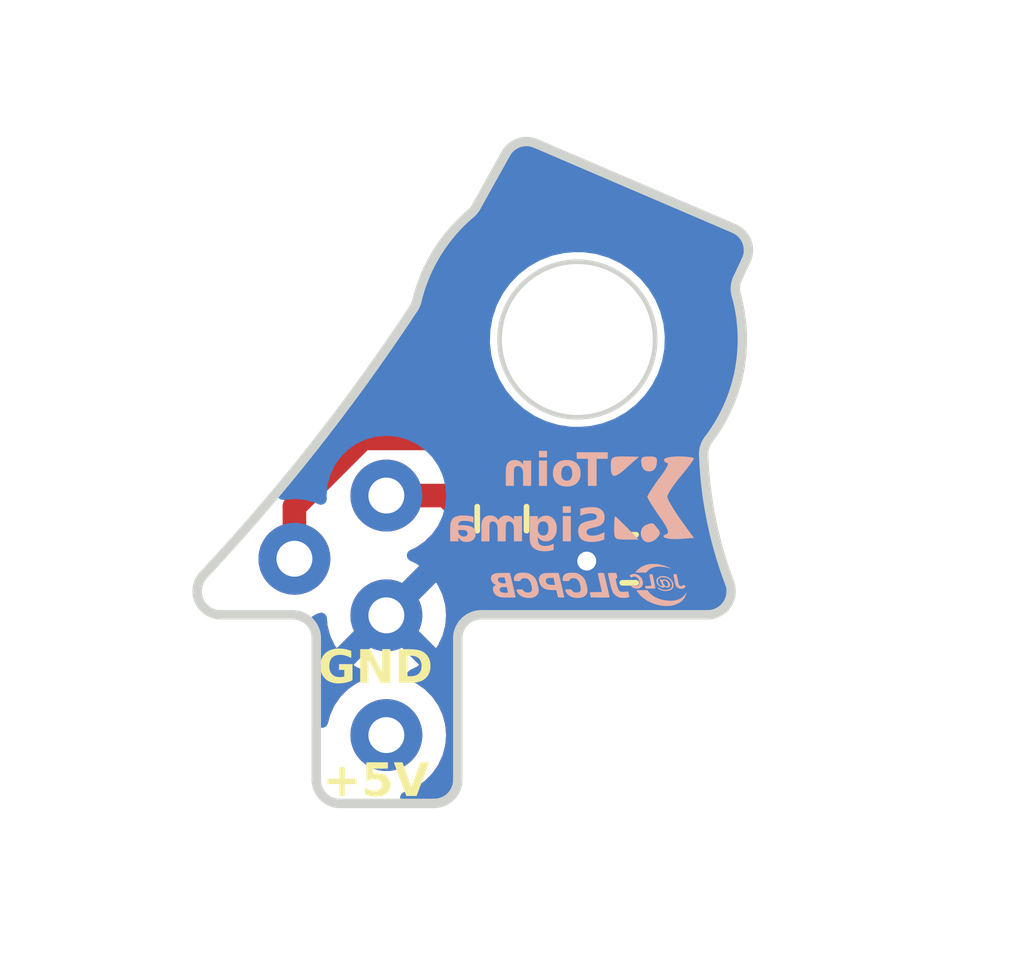
<source format=kicad_pcb>
(kicad_pcb (version 20221018) (generator pcbnew)
  (layers (0 "F.Cu" signal) (31 "B.Cu" signal) (34 "B.Paste" user) (35 "F.Paste" user) (36 "B.SilkS" user "B.Silkscreen") (37 "F.SilkS" user "F.Silkscreen") (38 "B.Mask" user) (39 "F.Mask" user) (44 "Edge.Cuts" user))
  (net 0 "")
  (net 1 "Net-(J1-Pin_1)")
  (net 2 "GND")
  (net 3 "Net-(U1-OUT)")
  (net 4 "+5V")
  (footprint "Capacitor_SMD:C_0603_1608Metric_Pad1.08x0.95mm_HandSolder" (layer "F.Cu") (at 176.7998 93.7999 180)
    (fp_text reference "C1")
    (fp_text value "0.33μF")
  )
  (footprint "MountingHole:MountingHole_3.2mm_M3" (layer "F.Cu") (at 175.7 89.15)
    (fp_text reference "REF**")
    (fp_text value "MountingHole_3.2mm_M3")
  )
  (footprint "@3pare:1-pin" (layer "F.Cu") (at 169.6998 93.7999)
    (fp_text reference "J1")
    (fp_text value "Conn_01x01_Pin")
  )
  (footprint "@3pare:tssp58038" (layer "F.Cu") (at 171.6498 94.9999 -90)
    (fp_text reference "U1")
    (fp_text value "tssp58038")
  )
  (footprint "Resistor_SMD:R_0603_1608Metric_Pad0.98x0.95mm_HandSolder" (layer "F.Cu") (at 174.0998 92.9499 -90)
    (fp_text reference "R1")
    (fp_text value "39k")
  )
  (gr_poly (pts (xy 177.272438 93.047149) (xy 177.265844 93.047783) (xy 177.258866 93.048889) (xy 177.251457 93.050455) (xy 177.243568 93.052469) (xy 177.226162 93.057784) (xy 177.206265 93.064733) (xy 177.157469 93.083116) (xy 177.144012 93.088954) (xy 177.131424 93.095839) (xy 177.119703 93.1037) (xy 177.108851 93.112468) (xy 177.098867 93.122074) (xy 177.089752 93.132447) (xy 177.081504 93.143517) (xy 177.074125 93.155215) (xy 177.067614 93.167472) (xy 177.06197 93.180216) (xy 177.057196 93.19338) (xy 177.053289 93.206892) (xy 177.05025 93.220683) (xy 177.04808 93.234683) (xy 177.046778 93.248823) (xy 177.046344 93.263033) (xy 177.046778 93.277243) (xy 177.04808 93.291383) (xy 177.05025 93.305383) (xy 177.053289 93.319174) (xy 177.057196 93.332686) (xy 177.06197 93.34585) (xy 177.067614 93.358594) (xy 177.074125 93.370851) (xy 177.081504 93.382549) (xy 177.089752 93.393619) (xy 177.098867 93.403992) (xy 177.108851 93.413597) (xy 177.119703 93.422366) (xy 177.131424 93.430227) (xy 177.144012 93.437112) (xy 177.157469 93.44295) (xy 177.162902 93.44479) (xy 177.168607 93.446343) (xy 177.180757 93.4486) (xy 177.193776 93.44974) (xy 177.207519 93.449785) (xy 177.22184 93.448755) (xy 177.236595 93.44667) (xy 177.25164 93.443553) (xy 177.26683 93.439422) (xy 177.282019 93.434299) (xy 177.297064 93.428205) (xy 177.311819 93.421159) (xy 177.32614 93.413184) (xy 177.339883 93.404299) (xy 177.352902 93.394525) (xy 177.365053 93.383884) (xy 177.370757 93.378244) (xy 177.376191 93.372394) (xy 177.392396 93.355753) (xy 177.406618 93.340134) (xy 177.418855 93.325405) (xy 177.424229 93.318331) (xy 177.429107 93.31143) (xy 177.43349 93.304683) (xy 177.437376 93.298075) (xy 177.440766 93.291588) (xy 177.44366 93.285206) (xy 177.446057 93.278911) (xy 177.447959 93.272688) (xy 177.449365 93.266519) (xy 177.450274 93.260387) (xy 177.450688 93.254276) (xy 177.450605 93.248169) (xy 177.450026 93.242049) (xy 177.448951 93.235899) (xy 177.44738 93.229703) (xy 177.445313 93.223444) (xy 177.44275 93.217104) (xy 177.439691 93.210667) (xy 177.436135 93.204117) (xy 177.432084 93.197437) (xy 177.427536 93.190609) (xy 177.422493 93.183617) (xy 177.416953 93.176444) (xy 177.410917 93.169073) (xy 177.397357 93.153672) (xy 177.364767 93.111862) (xy 177.351236 93.095164) (xy 177.339039 93.081132) (xy 177.333321 93.075084) (xy 177.327792 93.069663) (xy 177.322406 93.064858) (xy 177.317114 93.060654) (xy 177.311869 93.05704) (xy 177.306622 93.054002) (xy 177.301326 93.051527) (xy 177.295934 93.049602) (xy 177.290396 93.048215) (xy 177.284667 93.047353) (xy 177.278696 93.047002)) (fill solid) (layer "B.SilkS"))
  (gr_poly (pts (xy 177.823335 91.629999) (xy 177.791683 91.630967) (xy 177.761168 91.632555) (xy 177.731945 91.634743) (xy 177.704169 91.637509) (xy 177.677995 91.640834) (xy 177.653578 91.644696) (xy 177.631073 91.649075) (xy 177.610635 91.653949) (xy 177.592419 91.6593) (xy 177.584192 91.662147) (xy 177.57658 91.665105) (xy 177.5696 91.668171) (xy 177.563273 91.671344) (xy 177.557618 91.67462) (xy 177.552654 91.677996) (xy 177.5484 91.681471) (xy 177.544876 91.685041) (xy 177.542102 91.688705) (xy 177.540096 91.692459) (xy 177.538879 91.6963) (xy 177.538469 91.700227) (xy 177.538571 91.703534) (xy 177.538873 91.706833) (xy 177.53937 91.71012) (xy 177.540053 91.713388) (xy 177.540918 91.716629) (xy 177.541957 91.719839) (xy 177.543164 91.723009) (xy 177.544532 91.726135) (xy 177.546055 91.729208) (xy 177.547727 91.732224) (xy 177.549541 91.735175) (xy 177.551491 91.738055) (xy 177.55357 91.740857) (xy 177.555772 91.743575) (xy 177.558089 91.746203) (xy 177.560517 91.748734) (xy 177.563048 91.751162) (xy 177.565676 91.75348) (xy 177.568395 91.755682) (xy 177.571197 91.757761) (xy 177.574077 91.75971) (xy 177.577028 91.761524) (xy 177.580043 91.763196) (xy 177.583117 91.76472) (xy 177.586242 91.766088) (xy 177.589413 91.767295) (xy 177.592622 91.768334) (xy 177.595864 91.769198) (xy 177.599131 91.769882) (xy 177.602418 91.770378) (xy 177.605718 91.770681) (xy 177.609024 91.770783) (xy 177.612643 91.771213) (xy 177.61557 91.77249) (xy 177.617814 91.774591) (xy 177.619387 91.777494) (xy 177.620298 91.781177) (xy 177.620558 91.785619) (xy 177.619166 91.79669) (xy 177.615294 91.810531) (xy 177.609024 91.826966) (xy 177.600439 91.845819) (xy 177.589621 91.866915) (xy 177.576654 91.890078) (xy 177.56162 91.915133) (xy 177.544601 91.941903) (xy 177.52568 91.970213) (xy 177.504941 91.999887) (xy 177.482465 92.03075) (xy 177.458336 92.062626) (xy 177.432635 92.095339) (xy 177.383536 92.163524) (xy 177.337495 92.229394) (xy 177.295589 92.291296) (xy 177.258892 92.347575) (xy 177.228479 92.396578) (xy 177.215965 92.417834) (xy 177.205424 92.436651) (xy 177.196992 92.452822) (xy 177.190803 92.466141) (xy 177.186991 92.476401) (xy 177.186019 92.480319) (xy 177.185691 92.483394) (xy 177.186991 92.491711) (xy 177.190803 92.503293) (xy 177.196992 92.517935) (xy 177.205424 92.535429) (xy 177.228479 92.578148) (xy 177.258892 92.629797) (xy 177.295589 92.688722) (xy 177.337495 92.753269) (xy 177.383536 92.821785) (xy 177.432635 92.892616) (xy 177.464223 92.936195) (xy 177.492855 92.976994) (xy 177.518552 93.015043) (xy 177.541335 93.050374) (xy 177.561223 93.083018) (xy 177.570089 93.098342) (xy 177.578239 93.113006) (xy 177.585675 93.127013) (xy 177.592402 93.140369) (xy 177.59842 93.153075) (xy 177.603732 93.165137) (xy 177.608342 93.176558) (xy 177.612252 93.187342) (xy 177.615464 93.197494) (xy 177.617981 93.207016) (xy 177.619806 93.215912) (xy 177.620941 93.224188) (xy 177.621388 93.231846) (xy 177.621151 93.23889) (xy 177.620231 93.245324) (xy 177.618632 93.251152) (xy 177.616357 93.256379) (xy 177.613406 93.261007) (xy 177.609784 93.265041) (xy 177.605493 93.268485) (xy 177.600535 93.271342) (xy 177.594913 93.273616) (xy 177.565993 93.285502) (xy 177.545124 93.297263) (xy 177.53759 93.303059) (xy 177.531925 93.308777) (xy 177.528081 93.314402) (xy 177.526011 93.319918) (xy 177.525667 93.325311) (xy 177.527002 93.330564) (xy 177.529966 93.335662) (xy 177.534514 93.340589) (xy 177.540596 93.34533) (xy 177.548165 93.34987) (xy 177.567573 93.358283) (xy 177.592355 93.365704) (xy 177.622129 93.372008) (xy 177.656513 93.377073) (xy 177.695124 93.380773) (xy 177.73758 93.382984) (xy 177.783497 93.383584) (xy 177.832495 93.382447) (xy 177.884191 93.37945) (xy 178.173469 93.358283) (xy 177.891246 92.970227) (xy 177.83658 92.890852) (xy 177.784641 92.8128) (xy 177.736837 92.738056) (xy 177.694573 92.668602) (xy 177.675957 92.63648) (xy 177.659254 92.606425) (xy 177.644638 92.578685) (xy 177.632285 92.553509) (xy 177.622372 92.531143) (xy 177.615074 92.511837) (xy 177.610566 92.495838) (xy 177.609413 92.489156) (xy 177.609024 92.483394) (xy 177.610488 92.472437) (xy 177.614784 92.458245) (xy 177.621768 92.441056) (xy 177.631293 92.421107) (xy 177.643217 92.398636) (xy 177.657393 92.373881) (xy 177.691927 92.31847) (xy 177.733737 92.256776) (xy 177.781665 92.190699) (xy 177.834554 92.122141) (xy 177.891246 92.053005) (xy 177.947939 91.984834) (xy 178.000828 91.91906) (xy 178.048756 91.85742) (xy 178.090566 91.801651) (xy 178.125099 91.753489) (xy 178.139276 91.732802) (xy 178.151199 91.714669) (xy 178.160725 91.699306) (xy 178.167708 91.686929) (xy 178.172004 91.677757) (xy 178.173099 91.67444) (xy 178.173469 91.672005) (xy 178.173058 91.670021) (xy 178.171841 91.668042) (xy 178.167061 91.664109) (xy 178.159283 91.660238) (xy 178.148664 91.656461) (xy 178.135357 91.652807) (xy 178.119518 91.649309) (xy 178.080864 91.642901) (xy 178.033942 91.637485) (xy 177.979992 91.63331) (xy 177.920254 91.630623) (xy 177.855969 91.629672)) (fill solid) (layer "B.SilkS"))
  (gr_poly (pts (xy 175.59368 94.096079) (xy 175.576643 94.096351) (xy 175.562421 94.09675) (xy 175.549092 94.097359) (xy 175.536605 94.098192) (xy 175.524909 94.099261) (xy 175.513954 94.100578) (xy 175.503689 94.102155) (xy 175.494065 94.104005) (xy 175.485031 94.10614) (xy 175.476536 94.108573) (xy 175.468531 94.111316) (xy 175.460964 94.114382) (xy 175.453785 94.117782) (xy 175.446945 94.121529) (xy 175.440392 94.125637) (xy 175.434076 94.130116) (xy 175.427947 94.13498) (xy 175.424816 94.137776) (xy 175.421776 94.140795) (xy 175.418832 94.144023) (xy 175.415986 94.147445) (xy 175.41061 94.15481) (xy 175.405681 94.162769) (xy 175.401232 94.171203) (xy 175.397298 94.179991) (xy 175.393911 94.189013) (xy 175.391104 94.198149) (xy 175.388911 94.207279) (xy 175.387366 94.216282) (xy 175.386501 94.225039) (xy 175.38635 94.23343) (xy 175.386552 94.23745) (xy 175.386946 94.241333) (xy 175.387535 94.245065) (xy 175.388323 94.24863) (xy 175.389314 94.252013) (xy 175.390513 94.255199) (xy 175.391924 94.258174) (xy 175.393551 94.260921) (xy 175.39654 94.265136) (xy 175.398021 94.266858) (xy 175.399604 94.268346) (xy 175.401373 94.269617) (xy 175.403411 94.270688) (xy 175.405803 94.271576) (xy 175.408633 94.272299) (xy 175.411983 94.272872) (xy 175.415938 94.273314) (xy 175.420581 94.27364) (xy 175.425996 94.27387) (xy 175.439477 94.274103) (xy 175.457051 94.274151) (xy 175.468418 94.274079) (xy 175.479326 94.273878) (xy 175.489514 94.273565) (xy 175.498723 94.273158) (xy 175.506692 94.272678) (xy 175.513159 94.272141) (xy 175.517866 94.271568) (xy 175.519478 94.271273) (xy 175.520551 94.270976) (xy 175.521474 94.270587) (xy 175.52245 94.270025) (xy 175.523471 94.269301) (xy 175.524528 94.268429) (xy 175.525614 94.26742) (xy 175.526718 94.266288) (xy 175.527834 94.265043) (xy 175.528952 94.2637) (xy 175.530063 94.262269) (xy 175.53116 94.260764) (xy 175.532234 94.259198) (xy 175.533276 94.257581) (xy 175.534278 94.255927) (xy 175.535231 94.254249) (xy 175.536126 94.252558) (xy 175.536956 94.250867) (xy 175.539463 94.246085) (xy 175.542233 94.241657) (xy 175.545278 94.237575) (xy 175.548614 94.233835) (xy 175.552253 94.230429) (xy 175.55621 94.227352) (xy 175.560499 94.224598) (xy 175.565134 94.22216) (xy 175.570128 94.220032) (xy 175.575496 94.218208) (xy 175.581251 94.216681) (xy 175.587408 94.215446) (xy 175.593981 94.214496) (xy 175.600983 94.213826) (xy 175.608428 94.213428) (xy 175.616331 94.213297) (xy 175.62436 94.213528) (xy 175.632001 94.214035) (xy 175.639285 94.214832) (xy 175.646245 94.215934) (xy 175.652913 94.217355) (xy 175.659323 94.21911) (xy 175.665506 94.221214) (xy 175.671496 94.223681) (xy 175.677324 94.226527) (xy 175.683024 94.229766) (xy 175.688628 94.233412) (xy 175.694168 94.237481) (xy 175.699677 94.241987) (xy 175.705187 94.246945) (xy 175.710732 94.25237) (xy 175.716343 94.258276) (xy 175.724001 94.267045) (xy 175.727252 94.271046) (xy 175.730184 94.274953) (xy 175.73285 94.278887) (xy 175.7353 94.282972) (xy 175.737586 94.287328) (xy 175.739759 94.292076) (xy 175.741869 94.29734) (xy 175.743969 94.303239) (xy 175.746109 94.309897) (xy 175.748341 94.317435) (xy 175.753283 94.335636) (xy 175.759205 94.358817) (xy 175.764181 94.379755) (xy 175.767976 94.398949) (xy 175.769423 94.407909) (xy 175.770565 94.416453) (xy 175.771399 94.424589) (xy 175.771922 94.432322) (xy 175.77213 94.43966) (xy 175.77202 94.446609) (xy 175.771589 94.453177) (xy 175.770833 94.459369) (xy 175.769749 94.465194) (xy 175.768334 94.470657) (xy 175.766584 94.475765) (xy 175.764497 94.480526) (xy 175.762069 94.484945) (xy 175.759296 94.48903) (xy 175.756176 94.492788) (xy 175.752705 94.496225) (xy 175.748879 94.499348) (xy 175.744696 94.502164) (xy 175.740152 94.504679) (xy 175.735244 94.506901) (xy 175.729969 94.508836) (xy 175.724323 94.510492) (xy 175.718302 94.511873) (xy 175.711905 94.512989) (xy 175.705127 94.513845) (xy 175.697965 94.514447) (xy 175.690416 94.514804) (xy 175.682476 94.514922) (xy 175.671437 94.514635) (xy 175.666511 94.514411) (xy 175.66193 94.514119) (xy 175.657655 94.51375) (xy 175.65365 94.513294) (xy 175.649876 94.512739) (xy 175.646295 94.512077) (xy 175.642868 94.511297) (xy 175.639559 94.510389) (xy 175.636329 94.509344) (xy 175.63314 94.50815) (xy 175.629954 94.506798) (xy 175.626733 94.505278) (xy 175.623439 94.503579) (xy 175.620035 94.501692) (xy 175.617779 94.500404) (xy 175.615585 94.499122) (xy 175.613464 94.497854) (xy 175.611427 94.496607) (xy 175.609487 94.495388) (xy 175.607654 94.494204) (xy 175.605941 94.493062) (xy 175.604358 94.491969) (xy 175.602918 94.490931) (xy 175.601633 94.489957) (xy 175.600513 94.489052) (xy 175.599571 94.488223) (xy 175.598818 94.487479) (xy 175.598516 94.48714) (xy 175.598265 94.486825) (xy 175.598068 94.486534) (xy 175.597926 94.486269) (xy 175.597839 94.48603) (xy 175.59781 94.485817) (xy 175.59773 94.485435) (xy 175.597498 94.484888) (xy 175.597119 94.484188) (xy 175.596603 94.483345) (xy 175.595187 94.481269) (xy 175.593312 94.47874) (xy 175.59104 94.475839) (xy 175.588433 94.472646) (xy 175.585554 94.469243) (xy 175.582464 94.465709) (xy 175.577121 94.46012) (xy 175.574755 94.457858) (xy 175.572459 94.455919) (xy 175.570133 94.454278) (xy 175.567674 94.45291) (xy 175.564983 94.451789) (xy 175.561959 94.450892) (xy 175.5585 94.450194) (xy 175.554507 94.449669) (xy 175.549878 94.449292) (xy 175.544513 94.44904) (xy 175.53117 94.448809) (xy 175.513672 94.448776) (xy 175.50304 94.448803) (xy 175.493526 94.448896) (xy 175.48507 94.449069) (xy 175.481221 94.44919) (xy 175.477614 94.449338) (xy 175.474242 94.449513) (xy 175.471098 94.449719) (xy 175.468173 94.449956) (xy 175.465461 94.450227) (xy 175.462954 94.450533) (xy 175.460644 94.450877) (xy 175.458525 94.451261) (xy 175.456588 94.451686) (xy 175.454827 94.452155) (xy 175.453233 94.452668) (xy 175.451799 94.45323) (xy 175.450518 94.45384) (xy 175.449383 94.454501) (xy 175.448385 94.455216) (xy 175.447518 94.455986) (xy 175.446774 94.456812) (xy 175.446145 94.457698) (xy 175.445624 94.458644) (xy 175.445204 94.459653) (xy 175.444877 94.460727) (xy 175.444636 94.461868) (xy 175.444473 94.463077) (xy 175.44438 94.464357) (xy 175.444351 94.465709) (xy 175.444661 94.469865) (xy 175.445565 94.474551) (xy 175.447023 94.4797) (xy 175.448998 94.485247) (xy 175.45145 94.491125) (xy 175.454341 94.49727) (xy 175.457632 94.503614) (xy 175.461285 94.510093) (xy 175.465259 94.51664) (xy 175.469518 94.523189) (xy 175.474021 94.529674) (xy 175.478731 94.53603) (xy 175.483608 94.542191) (xy 175.488613 94.548091) (xy 175.493709 94.553663) (xy 175.498855 94.558842) (xy 175.508964 94.567836) (xy 175.519272 94.576173) (xy 175.529819 94.583864) (xy 175.540643 94.590923) (xy 175.551784 94.597362) (xy 175.563279 94.603193) (xy 175.575169 94.608429) (xy 175.587491 94.613082) (xy 175.600284 94.617164) (xy 175.613588 94.620689) (xy 175.62744 94.623667) (xy 175.641879 94.626113) (xy 175.656945 94.628037) (xy 175.672676 94.629453) (xy 175.689111 94.630373) (xy 175.706289 94.630809) (xy 175.722326 94.630682) (xy 175.737522 94.630095) (xy 175.751919 94.629031) (xy 175.765556 94.627477) (xy 175.778473 94.625417) (xy 175.790712 94.622837) (xy 175.802311 94.619723) (xy 175.813313 94.616058) (xy 175.818602 94.614016) (xy 175.823756 94.61183) (xy 175.828781 94.609499) (xy 175.833682 94.607022) (xy 175.838463 94.604397) (xy 175.84313 94.601621) (xy 175.847687 94.598693) (xy 175.85214 94.595611) (xy 175.856494 94.592373) (xy 175.860754 94.588978) (xy 175.869012 94.581707) (xy 175.876953 94.573783) (xy 175.884618 94.565192) (xy 175.88866 94.560226) (xy 175.892451 94.555055) (xy 175.895986 94.549686) (xy 175.899261 94.544125) (xy 175.902273 94.538377) (xy 175.905017 94.53245) (xy 175.90749 94.526349) (xy 175.909687 94.520081) (xy 175.911606 94.513651) (xy 175.913242 94.507067) (xy 175.91459 94.500333) (xy 175.915649 94.493457) (xy 175.916412 94.486445) (xy 175.916877 94.479302) (xy 175.91704 94.472035) (xy 175.916897 94.464651) (xy 175.91632 94.455476) (xy 175.915032 94.444409) (xy 175.910605 94.417712) (xy 175.904182 94.386786) (xy 175.896326 94.353856) (xy 175.887602 94.32115) (xy 175.878574 94.290894) (xy 175.869807 94.265313) (xy 175.865697 94.254972) (xy 175.861864 94.246634) (xy 175.855191 94.23457) (xy 175.847524 94.222628) (xy 175.838934 94.210868) (xy 175.829494 94.199348) (xy 175.819275 94.188129) (xy 175.808351 94.177271) (xy 175.796792 94.166833) (xy 175.784672 94.156874) (xy 175.772061 94.147455) (xy 175.759033 94.138635) (xy 175.745659 94.130475) (xy 175.732011 94.123032) (xy 175.718162 94.116368) (xy 175.704183 94.110542) (xy 175.690147 94.105614) (xy 175.676126 94.101642) (xy 175.668466 94.100004) (xy 175.659391 94.098657) (xy 175.648928 94.097596) (xy 175.6371 94.096814) (xy 175.623933 94.096304) (xy 175.609451 94.096061)) (fill solid) (layer "B.SilkS"))
  (gr_poly (pts (xy 177.260716 94.125653) (xy 177.255158 94.125947) (xy 177.249787 94.126479) (xy 177.244742 94.127245) (xy 177.240161 94.128241) (xy 177.236181 94.129464) (xy 177.23446 94.130159) (xy 177.232941 94.130909) (xy 177.231641 94.131713) (xy 177.230578 94.132572) (xy 177.229769 94.133485) (xy 177.229231 94.134451) (xy 177.229049 94.135805) (xy 177.229094 94.13824) (xy 177.229826 94.146109) (xy 177.231351 94.157575) (xy 177.233596 94.172154) (xy 177.239946 94.208716) (xy 177.24828 94.251926) (xy 177.263494 94.331102) (xy 177.268223 94.356626) (xy 177.269522 94.364244) (xy 177.269976 94.367813) (xy 177.269763 94.368676) (xy 177.269111 94.369478) (xy 177.268006 94.370223) (xy 177.266429 94.370914) (xy 177.264366 94.371551) (xy 177.2618 94.372138) (xy 177.255094 94.373171) (xy 177.246179 94.37403) (xy 177.234927 94.374734) (xy 177.221207 94.375301) (xy 177.204889 94.375751) (xy 177.140331 94.377338) (xy 177.141389 94.393213) (xy 177.142298 94.407225) (xy 177.14284 94.412792) (xy 177.143704 94.417497) (xy 177.145089 94.421411) (xy 177.146039 94.423094) (xy 177.147193 94.424607) (xy 177.148577 94.425957) (xy 177.150215 94.427156) (xy 177.152132 94.42821) (xy 177.154353 94.42913) (xy 177.159806 94.430603) (xy 177.166772 94.431645) (xy 177.17545 94.432329) (xy 177.186037 94.432727) (xy 177.213736 94.432953) (xy 177.251456 94.432901) (xy 177.267788 94.432887) (xy 177.282325 94.432841) (xy 177.295169 94.432754) (xy 177.306423 94.43262) (xy 177.316188 94.432429) (xy 177.320544 94.432311) (xy 177.324567 94.432175) (xy 177.328269 94.432022) (xy 177.331663 94.43185) (xy 177.334761 94.431658) (xy 177.337577 94.431445) (xy 177.340124 94.431211) (xy 177.342413 94.430954) (xy 177.344458 94.430674) (xy 177.346271 94.430369) (xy 177.347866 94.430038) (xy 177.349256 94.42968) (xy 177.350452 94.429296) (xy 177.350982 94.429093) (xy 177.351468 94.428882) (xy 177.351912 94.428665) (xy 177.352317 94.42844) (xy 177.352682 94.428207) (xy 177.353011 94.427966) (xy 177.353304 94.427718) (xy 177.353563 94.427462) (xy 177.353789 94.427197) (xy 177.353986 94.426925) (xy 177.354153 94.426644) (xy 177.354292 94.426355) (xy 177.354406 94.426057) (xy 177.354496 94.42575) (xy 177.354563 94.425434) (xy 177.354608 94.42511) (xy 177.354643 94.424434) (xy 177.352292 94.406826) (xy 177.346052 94.371873) (xy 177.326796 94.27382) (xy 177.306646 94.178049) (xy 177.29929 94.145949) (xy 177.295376 94.132334) (xy 177.294454 94.131425) (xy 177.293285 94.130585) (xy 177.291887 94.129811) (xy 177.290277 94.129104) (xy 177.288473 94.128464) (xy 177.286491 94.127889) (xy 177.282064 94.126935) (xy 177.277136 94.126238) (xy 177.271843 94.125795) (xy 177.266324 94.125601)) (fill solid) (layer "B.SilkS"))
  (gr_poly (pts (xy 176.197091 94.09893) (xy 176.185661 94.099175) (xy 176.174605 94.099659) (xy 176.164251 94.10038) (xy 176.154923 94.101336) (xy 176.146947 94.102525) (xy 176.140648 94.103944) (xy 176.138229 94.104739) (xy 176.136352 94.105591) (xy 176.135057 94.106499) (xy 176.134385 94.107463) (xy 176.134679 94.112715) (xy 176.136642 94.124769) (xy 176.144902 94.166135) (xy 176.157825 94.225261) (xy 176.174072 94.295846) (xy 176.190799 94.367201) (xy 176.198043 94.399226) (xy 176.204301 94.427741) (xy 176.209393 94.45194) (xy 176.213139 94.471017) (xy 176.215361 94.484166) (xy 176.215843 94.488265) (xy 176.215876 94.49058) (xy 176.214289 94.504338) (xy 176.094697 94.505926) (xy 176.062589 94.506355) (xy 176.036175 94.506877) (xy 176.024943 94.507186) (xy 176.014944 94.507535) (xy 176.006114 94.507929) (xy 175.998389 94.508373) (xy 175.991706 94.508873) (xy 175.986001 94.509434) (xy 175.981211 94.510062) (xy 175.977272 94.510763) (xy 175.975602 94.511141) (xy 175.97412 94.51154) (xy 175.97282 94.51196) (xy 175.971693 94.512401) (xy 175.970731 94.512864) (xy 175.969926 94.51335) (xy 175.96927 94.513859) (xy 175.968756 94.514392) (xy 175.967937 94.515493) (xy 175.967269 94.516825) (xy 175.966753 94.518408) (xy 175.966391 94.520263) (xy 175.966183 94.522409) (xy 175.966132 94.524866) (xy 175.96624 94.527655) (xy 175.966506 94.530796) (xy 175.966935 94.53431) (xy 175.967526 94.538215) (xy 175.969202 94.547283) (xy 175.971548 94.558162) (xy 175.974576 94.571013) (xy 175.986747 94.620755) (xy 176.184126 94.622342) (xy 176.239407 94.622635) (xy 176.283767 94.622698) (xy 176.302206 94.622634) (xy 176.318341 94.6225) (xy 176.332314 94.622294) (xy 176.344265 94.622012) (xy 176.354338 94.621648) (xy 176.362674 94.6212) (xy 176.369414 94.620664) (xy 176.374701 94.620035) (xy 176.376844 94.619685) (xy 176.378676 94.619311) (xy 176.380216 94.618911) (xy 176.381482 94.618486) (xy 176.38249 94.618035) (xy 176.38326 94.617558) (xy 176.383807 94.617053) (xy 176.384151 94.616521) (xy 176.384278 94.615057) (xy 176.384073 94.6123) (xy 176.382729 94.603185) (xy 176.380245 94.589742) (xy 176.376743 94.572534) (xy 176.367185 94.529085) (xy 176.355047 94.477351) (xy 176.295781 94.229171) (xy 176.290247 94.205642) (xy 176.28485 94.183415) (xy 176.279726 94.162999) (xy 176.275011 94.144902) (xy 176.270841 94.129632) (xy 176.267354 94.117699) (xy 176.264686 94.109611) (xy 176.263701 94.107167) (xy 176.262972 94.105876) (xy 176.261915 94.104966) (xy 176.260261 94.10412) (xy 176.25532 94.102623) (xy 176.248475 94.101382) (xy 176.240053 94.100394) (xy 176.230377 94.099657) (xy 176.219775 94.099169) (xy 176.208571 94.098928)) (fill solid) (layer "B.SilkS"))
  (gr_poly (pts (xy 177.193334 91.63002) (xy 177.168562 91.631133) (xy 177.146539 91.633114) (xy 177.136523 91.634462) (xy 177.127152 91.636066) (xy 177.118411 91.637939) (xy 177.110286 91.640093) (xy 177.102764 91.642542) (xy 177.095829 91.645299) (xy 177.089468 91.648376) (xy 177.083666 91.651786) (xy 177.078409 91.655542) (xy 177.073684 91.659658) (xy 177.069475 91.664146) (xy 177.065769 91.669018) (xy 177.062551 91.674289) (xy 177.059807 91.67997) (xy 177.057523 91.686075) (xy 177.055685 91.692617) (xy 177.054278 91.699609) (xy 177.053289 91.707062) (xy 177.052703 91.714992) (xy 177.052505 91.723409) (xy 177.052682 91.732328) (xy 177.05322 91.741761) (xy 177.05532 91.762222) (xy 177.058691 91.784894) (xy 177.061831 91.804157) (xy 177.06377 91.813352) (xy 177.065953 91.822253) (xy 177.068379 91.830859) (xy 177.071047 91.83917) (xy 177.073954 91.847183) (xy 177.077101 91.854898) (xy 177.080486 91.862314) (xy 177.084107 91.869428) (xy 177.087963 91.87624) (xy 177.092053 91.882749) (xy 177.096376 91.888952) (xy 177.100929 91.894849) (xy 177.105713 91.900439) (xy 177.110725 91.90572) (xy 177.115965 91.910692) (xy 177.121431 91.915351) (xy 177.127122 91.919698) (xy 177.133036 91.923731) (xy 177.139172 91.927449) (xy 177.14553 91.930851) (xy 177.152106 91.933934) (xy 177.158902 91.936699) (xy 177.165914 91.939143) (xy 177.173142 91.941265) (xy 177.180584 91.943065) (xy 177.18824 91.94454) (xy 177.196108 91.945689) (xy 177.204186 91.946512) (xy 177.212473 91.947007) (xy 177.220969 91.947172) (xy 177.229464 91.947007) (xy 177.237751 91.946512) (xy 177.245829 91.945689) (xy 177.253697 91.94454) (xy 177.261353 91.943065) (xy 177.268795 91.941265) (xy 177.276023 91.939143) (xy 177.283035 91.936699) (xy 177.289831 91.933934) (xy 177.296408 91.930851) (xy 177.302765 91.927449) (xy 177.308901 91.923731) (xy 177.314815 91.919698) (xy 177.320506 91.915351) (xy 177.325972 91.910692) (xy 177.331212 91.90572) (xy 177.336224 91.900439) (xy 177.341008 91.894849) (xy 177.345561 91.888952) (xy 177.349884 91.882749) (xy 177.353974 91.87624) (xy 177.35783 91.869428) (xy 177.361451 91.862314) (xy 177.364836 91.854898) (xy 177.367983 91.847183) (xy 177.37089 91.83917) (xy 177.375984 91.822253) (xy 177.380106 91.804157) (xy 177.383246 91.784894) (xy 177.386617 91.762222) (xy 177.388717 91.741761) (xy 177.389432 91.723409) (xy 177.389235 91.714992) (xy 177.388648 91.707062) (xy 177.387659 91.699609) (xy 177.386252 91.692617) (xy 177.384414 91.686075) (xy 177.38213 91.67997) (xy 177.379386 91.674289) (xy 177.376168 91.669018) (xy 177.372462 91.664146) (xy 177.368253 91.659658) (xy 177.363528 91.655542) (xy 177.358271 91.651786) (xy 177.352469 91.648376) (xy 177.346108 91.645299) (xy 177.339173 91.642542) (xy 177.331651 91.640093) (xy 177.323526 91.637939) (xy 177.314785 91.636066) (xy 177.295398 91.633114) (xy 177.273375 91.631133) (xy 177.248603 91.63002) (xy 177.220969 91.629672)) (fill solid) (layer "B.SilkS"))
  (gr_poly (pts (xy 177.299147 93.909952) (xy 177.270137 93.910962) (xy 177.243129 93.912581) (xy 177.219905 93.91477) (xy 177.210267 93.916067) (xy 177.202243 93.917492) (xy 177.184907 93.921373) (xy 177.167837 93.925863) (xy 177.151048 93.930953) (xy 177.134559 93.936633) (xy 177.118386 93.942893) (xy 177.102547 93.949723) (xy 177.087057 93.957112) (xy 177.071936 93.965051) (xy 177.057198 93.97353) (xy 177.042863 93.982537) (xy 177.028945 93.992065) (xy 177.015464 94.002101) (xy 177.002435 94.012637) (xy 176.989876 94.023662) (xy 176.977803 94.035165) (xy 176.966235 94.047138) (xy 176.959264 94.054774) (xy 176.952741 94.062087) (xy 176.946813 94.068904) (xy 176.941628 94.075052) (xy 176.937337 94.080356) (xy 176.935573 94.082637) (xy 176.934088 94.084643) (xy 176.9329 94.086351) (xy 176.932029 94.087739) (xy 176.931493 94.088787) (xy 176.931356 94.089176) (xy 176.93131 94.089471) (xy 176.931907 94.089961) (xy 176.933661 94.090436) (xy 176.940396 94.091332) (xy 176.951039 94.092141) (xy 176.96511 94.092845) (xy 177.001631 94.093862) (xy 177.046139 94.094234) (xy 177.161497 94.094234) (xy 177.194835 94.057192) (xy 177.199497 94.052109) (xy 177.203981 94.047361) (xy 177.20832 94.042923) (xy 177.212545 94.038771) (xy 177.21669 94.034878) (xy 177.220787 94.031222) (xy 177.224868 94.027776) (xy 177.228966 94.024516) (xy 177.233114 94.021418) (xy 177.237344 94.018456) (xy 177.241688 94.015605) (xy 177.24618 94.012842) (xy 177.250852 94.01014) (xy 177.255736 94.007475) (xy 177.260866 94.004823) (xy 177.266272 94.002159) (xy 177.28388 93.994234) (xy 177.302185 93.987324) (xy 177.321204 93.981428) (xy 177.340951 93.976544) (xy 177.361442 93.972671) (xy 177.382693 93.969807) (xy 177.404719 93.967952) (xy 177.427536 93.967102) (xy 177.451159 93.967256) (xy 177.475603 93.968414) (xy 177.500885 93.970574) (xy 177.527019 93.973733) (xy 177.554022 93.97789) (xy 177.581908 93.983045) (xy 177.610693 93.989195) (xy 177.640393 93.996338) (xy 177.650478 93.998834) (xy 177.659956 94.001125) (xy 177.668615 94.003156) (xy 177.676244 94.004871) (xy 177.682633 94.006214) (xy 177.687572 94.007128) (xy 177.689431 94.007408) (xy 177.690848 94.007559) (xy 177.691797 94.007576) (xy 177.692088 94.007531) (xy 177.692251 94.007451) (xy 177.69224 94.007105) (xy 177.691724 94.006571) (xy 177.689276 94.004976) (xy 177.679361 93.99996) (xy 177.664002 93.993033) (xy 177.644692 93.984829) (xy 177.622927 93.97598) (xy 177.600201 93.967118) (xy 177.578008 93.958877) (xy 177.557843 93.951888) (xy 177.539932 93.946169) (xy 177.519726 93.940263) (xy 177.498107 93.934382) (xy 177.475954 93.928737) (xy 177.454149 93.923538) (xy 177.433572 93.918997) (xy 177.415102 93.915324) (xy 177.399622 93.91273) (xy 177.390761 93.911737) (xy 177.380397 93.910938) (xy 177.356057 93.909902) (xy 177.32838 93.909586)) (fill solid) (layer "B.SilkS"))
  (gr_poly (pts (xy 176.656076 91.629801) (xy 176.612151 91.630375) (xy 176.573766 91.631672) (xy 176.540548 91.633971) (xy 176.525761 91.635584) (xy 176.512126 91.637553) (xy 176.499597 91.639911) (xy 176.488128 91.642694) (xy 176.477671 91.645938) (xy 176.468181 91.649676) (xy 176.45961 91.653944) (xy 176.451913 91.658776) (xy 176.445043 91.664208) (xy 176.438953 91.670274) (xy 176.433596 91.677009) (xy 176.428927 91.684449) (xy 176.424899 91.692627) (xy 176.421465 91.70158) (xy 176.418579 91.711341) (xy 176.416194 91.721945) (xy 176.414264 91.733428) (xy 176.412742 91.745825) (xy 176.410737 91.773498) (xy 176.409807 91.805243) (xy 176.40958 91.841339) (xy 176.410522 91.888467) (xy 176.41348 91.929312) (xy 176.415776 91.947379) (xy 176.418649 91.963874) (xy 176.422124 91.978798) (xy 176.426226 91.992151) (xy 176.43098 92.003933) (xy 176.436408 92.014144) (xy 176.442537 92.022785) (xy 176.449391 92.029854) (xy 176.456994 92.035352) (xy 176.465371 92.03928) (xy 176.474547 92.041636) (xy 176.484545 92.042422) (xy 176.495391 92.041636) (xy 176.507109 92.03928) (xy 176.519723 92.035352) (xy 176.533259 92.029854) (xy 176.54774 92.022785) (xy 176.563191 92.014144) (xy 176.579638 92.003933) (xy 176.597103 91.992151) (xy 176.63519 91.963874) (xy 176.677649 91.929312) (xy 176.724677 91.888467) (xy 176.776469 91.841339) (xy 177.009302 91.636727) (xy 176.705913 91.629672)) (fill solid) (layer "B.SilkS"))
  (gr_poly (pts (xy 174.1 94.1) (xy 174.056207 94.100923) (xy 174.020933 94.102354) (xy 173.999197 94.104288) (xy 173.983137 94.107206) (xy 173.968274 94.11042) (xy 173.954577 94.113952) (xy 173.948155 94.115843) (xy 173.942014 94.117823) (xy 173.936149 94.119894) (xy 173.930555 94.122058) (xy 173.92523 94.124318) (xy 173.920169 94.126677) (xy 173.915369 94.129139) (xy 173.910825 94.131705) (xy 173.906534 94.134379) (xy 173.902492 94.137163) (xy 173.898695 94.14006) (xy 173.895138 94.143073) (xy 173.891819 94.146205) (xy 173.888734 94.149459) (xy 173.885877 94.152836) (xy 173.883247 94.156342) (xy 173.880838 94.159977) (xy 173.878646 94.163745) (xy 173.876669 94.167649) (xy 173.874902 94.171691) (xy 173.873341 94.175874) (xy 173.871982 94.180202) (xy 173.870822 94.184676) (xy 173.869856 94.1893) (xy 173.869081 94.194077) (xy 173.868493 94.199009) (xy 173.868117 94.204433) (xy 173.867978 94.209886) (xy 173.868071 94.215357) (xy 173.868391 94.220838) (xy 173.868933 94.226319) (xy 173.869692 94.231792) (xy 173.870663 94.237246) (xy 173.871842 94.242673) (xy 173.873223 94.248064) (xy 173.874801 94.253409) (xy 173.876572 94.2587) (xy 173.87853 94.263926) (xy 173.88067 94.269079) (xy 173.882989 94.274149) (xy 173.88548 94.279128) (xy 173.888138 94.284006) (xy 173.89096 94.288774) (xy 173.893939 94.293423) (xy 173.897071 94.297943) (xy 173.900351 94.302326) (xy 173.903775 94.306561) (xy 173.907336 94.310641) (xy 173.91103 94.314555) (xy 173.914853 94.318295) (xy 173.918799 94.321851) (xy 173.922863 94.325214) (xy 173.92704 94.328375) (xy 173.931326 94.331324) (xy 173.935716 94.334054) (xy 173.940204 94.336553) (xy 173.944785 94.338813) (xy 173.949456 94.340826) (xy 173.953721 94.342685) (xy 173.957582 94.344485) (xy 173.959359 94.345361) (xy 173.961033 94.34622) (xy 173.962602 94.347059) (xy 173.964066 94.347878) (xy 173.965423 94.348677) (xy 173.966673 94.349454) (xy 173.967816 94.350207) (xy 173.96885 94.350937) (xy 173.969774 94.351641) (xy 173.970587 94.352319) (xy 173.971289 94.35297) (xy 173.971879 94.353592) (xy 173.972356 94.354185) (xy 173.972718 94.354747) (xy 173.972966 94.355278) (xy 173.973097 94.355776) (xy 173.973113 94.35624) (xy 173.973076 94.356459) (xy 173.97301 94.35667) (xy 173.972915 94.356871) (xy 173.972789 94.357063) (xy 173.972449 94.35742) (xy 173.971989 94.357739) (xy 173.971408 94.358019) (xy 173.970705 94.358258) (xy 173.969879 94.358457) (xy 173.968929 94.358613) (xy 173.967855 94.358726) (xy 173.966656 94.358794) (xy 173.96533 94.358817) (xy 173.964422 94.358933) (xy 173.963293 94.359274) (xy 173.961962 94.359829) (xy 173.960444 94.360587) (xy 173.958755 94.361537) (xy 173.956913 94.362668) (xy 173.954932 94.36397) (xy 173.952829 94.365432) (xy 173.950621 94.367042) (xy 173.948324 94.368791) (xy 173.943527 94.372658) (xy 173.94106 94.374756) (xy 173.938569 94.376947) (xy 173.936071 94.379223) (xy 173.93358 94.381571) (xy 173.925872 94.389038) (xy 173.922737 94.392231) (xy 173.920037 94.395164) (xy 173.91774 94.397912) (xy 173.915814 94.400547) (xy 173.91498 94.401846) (xy 173.914226 94.403145) (xy 173.913548 94.404454) (xy 173.912943 94.405781) (xy 173.912406 94.407136) (xy 173.911933 94.408528) (xy 173.91152 94.409967) (xy 173.911163 94.411461) (xy 173.910601 94.414655) (xy 173.910214 94.418183) (xy 173.90997 94.422121) (xy 173.909836 94.426542) (xy 173.909768 94.437134) (xy 173.909868 94.443304) (xy 173.910169 94.449409) (xy 173.910668 94.455448) (xy 173.911365 94.461418) (xy 173.912257 94.467316) (xy 173.913343 94.473141) (xy 173.914623 94.47889) (xy 173.916093 94.484561) (xy 173.917754 94.490151) (xy 173.919603 94.495658) (xy 173.921639 94.501079) (xy 173.92386 94.506413) (xy 173.926266 94.511658) (xy 173.928854 94.51681) (xy 173.931623 94.521867) (xy 173.934573 94.526828) (xy 173.9377 94.531689) (xy 173.941004 94.536449) (xy 173.944484 94.541105) (xy 173.948138 94.545655) (xy 173.951964 94.550096) (xy 173.955961 94.554426) (xy 173.960128 94.558643) (xy 173.964462 94.562745) (xy 173.968964 94.566729) (xy 173.97363 94.570593) (xy 173.978461 94.574334) (xy 173.983453 94.57795) (xy 173.988607 94.58144) (xy 173.99392 94.584799) (xy 173.999391 94.588027) (xy 174.005018 94.591121) (xy 174.023744 94.600409) (xy 174.033022 94.604318) (xy 174.042514 94.607774) (xy 174.052425 94.610801) (xy 174.062959 94.613427) (xy 174.074318 94.615678) (xy 174.086708 94.61758) (xy 174.100332 94.619159) (xy 174.115394 94.620443) (xy 174.150646 94.622227) (xy 174.194097 94.623142) (xy 174.247376 94.623401) (xy 174.288914 94.623341) (xy 174.306221 94.623254) (xy 174.32141 94.62312) (xy 174.33462 94.622929) (xy 174.345993 94.622675) (xy 174.355671 94.62235) (xy 174.359917 94.622158) (xy 174.363793 94.621945) (xy 174.367315 94.621711) (xy 174.370501 94.621454) (xy 174.373369 94.621174) (xy 174.375937 94.620869) (xy 174.378222 94.620538) (xy 174.380241 94.62018) (xy 174.382012 94.619796) (xy 174.383554 94.619382) (xy 174.384883 94.61894) (xy 174.386018 94.618466) (xy 174.386975 94.617962) (xy 174.387773 94.617425) (xy 174.388429 94.616854) (xy 174.388961 94.61625) (xy 174.389386 94.61561) (xy 174.389722 94.614934) (xy 174.385692 94.591341) (xy 174.373359 94.533641) (xy 174.366608 94.503869) (xy 174.226623 94.503869) (xy 174.226576 94.505074) (xy 174.226464 94.506178) (xy 174.226288 94.50719) (xy 174.226049 94.508121) (xy 174.225905 94.508559) (xy 174.225746 94.508981) (xy 174.225381 94.509781) (xy 174.224953 94.510531) (xy 174.224463 94.511242) (xy 174.223911 94.511923) (xy 174.223299 94.512586) (xy 174.222625 94.51324) (xy 174.221891 94.513896) (xy 174.221097 94.514565) (xy 174.21933 94.51598) (xy 174.217688 94.517109) (xy 174.215917 94.518117) (xy 174.213985 94.519008) (xy 174.211864 94.519783) (xy 174.209523 94.520447) (xy 174.206931 94.521003) (xy 174.204059 94.521453) (xy 174.200876 94.521801) (xy 174.197351 94.522049) (xy 174.193456 94.522202) (xy 174.18443 94.522231) (xy 174.173556 94.521912) (xy 174.160593 94.521271) (xy 174.147172 94.520272) (xy 174.140812 94.519617) (xy 174.134684 94.518858) (xy 174.128788 94.517994) (xy 174.123121 94.517024) (xy 174.117682 94.515948) (xy 174.112472 94.514764) (xy 174.107487 94.513473) (xy 174.102728 94.512074) (xy 174.098193 94.510565) (xy 174.093881 94.508947) (xy 174.08979 94.507218) (xy 174.08592 94.505378) (xy 174.082269 94.503426) (xy 174.078837 94.501362) (xy 174.075621 94.499184) (xy 174.072621 94.496893) (xy 174.069837 94.494487) (xy 174.067265 94.491966) (xy 174.064906 94.489329) (xy 174.062759 94.486575) (xy 174.060821 94.483705) (xy 174.059092 94.480716) (xy 174.057571 94.477609) (xy 174.056257 94.474382) (xy 174.055148 94.471035) (xy 174.054243 94.467568) (xy 174.053541 94.46398) (xy 174.053041 94.460269) (xy 174.052742 94.456436) (xy 174.052643 94.45248) (xy 174.052692 94.450262) (xy 174.052839 94.448073) (xy 174.053083 94.445916) (xy 174.053421 94.443791) (xy 174.053853 94.441701) (xy 174.054376 94.439647) (xy 174.054991 94.437631) (xy 174.055694 94.435654) (xy 174.056485 94.433718) (xy 174.057362 94.431825) (xy 174.058323 94.429977) (xy 174.059368 94.428174) (xy 174.060495 94.426419) (xy 174.061702 94.424714) (xy 174.062988 94.423059) (xy 174.064351 94.421457) (xy 174.06579 94.41991) (xy 174.067304 94.418418) (xy 174.068891 94.416984) (xy 174.070549 94.415609) (xy 174.072277 94.414295) (xy 174.074075 94.413043) (xy 174.075939 94.411855) (xy 174.077869 94.410734) (xy 174.079864 94.409679) (xy 174.081921 94.408694) (xy 174.08404 94.407779) (xy 174.086219 94.406937) (xy 174.088457 94.406169) (xy 174.090751 94.405477) (xy 174.093101 94.404862) (xy 174.095506 94.404326) (xy 174.099705 94.403675) (xy 174.105041 94.40311) (xy 174.118408 94.402242) (xy 174.134182 94.401721) (xy 174.150936 94.401548) (xy 174.167243 94.401721) (xy 174.181677 94.402242) (xy 174.192812 94.40311) (xy 174.196697 94.403675) (xy 174.199222 94.404326) (xy 174.199878 94.404879) (xy 174.200646 94.405928) (xy 174.201517 94.407444) (xy 174.20248 94.409402) (xy 174.204636 94.414539) (xy 174.207027 94.421127) (xy 174.209568 94.428955) (xy 174.21217 94.437812) (xy 174.214748 94.447488) (xy 174.217214 94.457771) (xy 174.219354 94.466535) (xy 174.221211 94.474228) (xy 174.22279 94.480934) (xy 174.224093 94.486735) (xy 174.224642 94.489322) (xy 174.225123 94.491715) (xy 174.225536 94.493922) (xy 174.225883 94.495955) (xy 174.226163 94.497824) (xy 174.226376 94.49954) (xy 174.226524 94.501113) (xy 174.226606 94.502552) (xy 174.226623 94.503869) (xy 174.366608 94.503869) (xy 174.334226 94.361066) (xy 174.321854 94.308715) (xy 174.181896 94.308715) (xy 174.181875 94.309898) (xy 174.181807 94.310985) (xy 174.181691 94.31198) (xy 174.181528 94.312887) (xy 174.181319 94.313712) (xy 174.181063 94.314458) (xy 174.180762 94.31513) (xy 174.180416 94.315733) (xy 174.180025 94.316271) (xy 174.179589 94.316749) (xy 174.179109 94.317171) (xy 174.178585 94.317542) (xy 174.177256 94.318291) (xy 174.175568 94.318952) (xy 174.171195 94.320018) (xy 174.165634 94.320753) (xy 174.159055 94.321172) (xy 174.151626 94.321291) (xy 174.143517 94.321123) (xy 174.134896 94.320685) (xy 174.125932 94.31999) (xy 174.116795 94.319053) (xy 174.107654 94.317889) (xy 174.098676 94.316512) (xy 174.090032 94.314938) (xy 174.08189 94.313181) (xy 174.074419 94.311255) (xy 174.067789 94.309177) (xy 174.062168 94.306959) (xy 174.057941 94.304977) (xy 174.053894 94.302807) (xy 174.05003 94.300463) (xy 174.046354 94.297955) (xy 174.042868 94.295295) (xy 174.039575 94.292495) (xy 174.03648 94.289566) (xy 174.033585 94.28652) (xy 174.030893 94.283369) (xy 174.02841 94.280123) (xy 174.026136 94.276796) (xy 174.024077 94.273398) (xy 174.022235 94.269941) (xy 174.020614 94.266437) (xy 174.019218 94.262898) (xy 174.018049 94.259334) (xy 174.01711 94.255758) (xy 174.016407 94.252181) (xy 174.015941 94.248615) (xy 174.015716 94.245071) (xy 174.015736 94.241562) (xy 174.016003 94.238098) (xy 174.016522 94.234692) (xy 174.017296 94.231354) (xy 174.018328 94.228098) (xy 174.019622 94.224933) (xy 174.02118 94.221872) (xy 174.023007 94.218927) (xy 174.025105 94.216109) (xy 174.027478 94.21343) (xy 174.03013 94.210901) (xy 174.033064 94.208534) (xy 174.035353 94.206921) (xy 174.037688 94.205449) (xy 174.040112 94.204112) (xy 174.042671 94.202903) (xy 174.04541 94.201815) (xy 174.048374 94.200841) (xy 174.051608 94.199974) (xy 174.055156 94.199207) (xy 174.059064 94.198533) (xy 174.063377 94.197945) (xy 174.068139 94.197437) (xy 174.073396 94.197) (xy 174.085573 94.196315) (xy 174.100268 94.195834) (xy 174.110749 94.195535) (xy 174.120616 94.195429) (xy 174.129652 94.195508) (xy 174.133791 94.195616) (xy 174.13764 94.195768) (xy 174.141174 94.195963) (xy 174.144363 94.196201) (xy 174.147183 94.196481) (xy 174.149605 94.196801) (xy 174.151601 94.197162) (xy 174.153146 94.197563) (xy 174.153741 94.197778) (xy 174.154212 94.198002) (xy 174.154557 94.198236) (xy 174.154772 94.19848) (xy 174.15563 94.200549) (xy 174.156972 94.204615) (xy 174.160858 94.217794) (xy 174.165934 94.236133) (xy 174.171705 94.257747) (xy 174.173678 94.265702) (xy 174.17543 94.272926) (xy 174.176965 94.279453) (xy 174.178287 94.285321) (xy 174.179397 94.290566) (xy 174.1803 94.295223) (xy 174.180998 94.299331) (xy 174.181272 94.301189) (xy 174.181495 94.302924) (xy 174.181669 94.304539) (xy 174.181793 94.30604) (xy 174.181869 94.30743) (xy 174.181896 94.308715) (xy 174.321854 94.308715) (xy 174.293207 94.1875) (xy 174.278518 94.12856) (xy 174.271189 94.10323) (xy 174.268001 94.102306) (xy 174.260044 94.101517) (xy 174.232336 94.100344) (xy 174.193082 94.099704) (xy 174.147298 94.099592)) (fill solid) (layer "B.SilkS"))
  (gr_poly (pts (xy 174.529394 94.094749) (xy 174.516511 94.095287) (xy 174.504113 94.096103) (xy 174.49237 94.097197) (xy 174.481449 94.098573) (xy 174.471519 94.10023) (xy 174.462747 94.102172) (xy 174.449582 94.105923) (xy 174.437272 94.110233) (xy 174.425816 94.115101) (xy 174.420408 94.117744) (xy 174.415213 94.120527) (xy 174.410232 94.123449) (xy 174.405463 94.126511) (xy 174.400908 94.129712) (xy 174.396565 94.133053) (xy 174.392435 94.136534) (xy 174.388518 94.140154) (xy 174.384814 94.143913) (xy 174.381322 94.147812) (xy 174.378042 94.151851) (xy 174.374975 94.156029) (xy 174.372119 94.160346) (xy 174.369476 94.164803) (xy 174.367045 94.1694) (xy 174.364826 94.174136) (xy 174.362819 94.179012) (xy 174.361023 94.184027) (xy 174.359439 94.189182) (xy 174.358067 94.194476) (xy 174.356905 94.19991) (xy 174.355956 94.205483) (xy 174.355217 94.211196) (xy 174.35469 94.217048) (xy 174.354268 94.229171) (xy 174.354299 94.23253) (xy 174.354389 94.235845) (xy 174.354537 94.2391) (xy 174.354739 94.242277) (xy 174.354995 94.245357) (xy 174.3553 94.248324) (xy 174.355654 94.251159) (xy 174.356054 94.253844) (xy 174.356497 94.256362) (xy 174.356981 94.258694) (xy 174.357504 94.260824) (xy 174.358063 94.262732) (xy 174.358656 94.264402) (xy 174.359282 94.265815) (xy 174.359605 94.26642) (xy 174.359936 94.266954) (xy 174.360274 94.267415) (xy 174.360618 94.267801) (xy 174.361622 94.26857) (xy 174.363048 94.269289) (xy 174.364893 94.269959) (xy 174.367158 94.270579) (xy 174.369842 94.271149) (xy 174.372943 94.27167) (xy 174.380396 94.272563) (xy 174.38951 94.273258) (xy 174.400281 94.273754) (xy 174.412701 94.274051) (xy 174.426764 94.274151) (xy 174.48656 94.274151) (xy 174.499789 94.252984) (xy 174.503216 94.247835) (xy 174.506764 94.243096) (xy 174.510457 94.238756) (xy 174.514316 94.234802) (xy 174.518365 94.231224) (xy 174.522625 94.228009) (xy 174.527119 94.225146) (xy 174.531869 94.222623) (xy 174.536899 94.220429) (xy 174.542231 94.218552) (xy 174.547886 94.21698) (xy 174.553888 94.215703) (xy 174.560259 94.214707) (xy 174.567021 94.213982) (xy 174.574197 94.213515) (xy 174.58181 94.213297) (xy 174.588146 94.213419) (xy 174.594354 94.213786) (xy 174.600434 94.214397) (xy 174.606386 94.215253) (xy 174.612209 94.216352) (xy 174.617902 94.217695) (xy 174.623465 94.219281) (xy 174.628897 94.22111) (xy 174.634199 94.223182) (xy 174.639369 94.225495) (xy 174.644407 94.228051) (xy 174.649312 94.230849) (xy 174.654085 94.233888) (xy 174.658724 94.237168) (xy 174.66323 94.240689) (xy 174.667601 94.244451) (xy 174.671837 94.248453) (xy 174.675938 94.252695) (xy 174.679903 94.257177) (xy 174.683731 94.261898) (xy 174.687423 94.266858) (xy 174.690977 94.272058) (xy 174.697672 94.283171) (xy 174.703812 94.295237) (xy 174.709394 94.308252) (xy 174.714412 94.322214) (xy 174.718864 94.337121) (xy 174.723409 94.354421) (xy 174.72732 94.370447) (xy 174.730596 94.385263) (xy 174.733234 94.398935) (xy 174.735234 94.411528) (xy 174.735993 94.41744) (xy 174.736593 94.423107) (xy 174.737032 94.428537) (xy 174.73731 94.433737) (xy 174.737428 94.438717) (xy 174.737385 94.443484) (xy 174.73718 94.448046) (xy 174.736814 94.452412) (xy 174.736286 94.45659) (xy 174.735597 94.460587) (xy 174.734745 94.464412) (xy 174.733731 94.468073) (xy 174.732555 94.471579) (xy 174.731217 94.474936) (xy 174.729715 94.478155) (xy 174.728051 94.481241) (xy 174.726223 94.484205) (xy 174.724232 94.487053) (xy 174.722077 94.489795) (xy 174.719759 94.492438) (xy 174.717277 94.49499) (xy 174.71463 94.497459) (xy 174.710606 94.500689) (xy 174.706097 94.50363) (xy 174.701139 94.506278) (xy 174.695771 94.508629) (xy 174.690027 94.51068) (xy 174.683944 94.512426) (xy 174.677559 94.513863) (xy 174.670908 94.514988) (xy 174.664028 94.515796) (xy 174.656954 94.516285) (xy 174.649724 94.516449) (xy 174.642374 94.516286) (xy 174.634941 94.515791) (xy 174.62746 94.51496) (xy 174.619968 94.513789) (xy 174.612501 94.512276) (xy 174.60829 94.511267) (xy 174.604363 94.510211) (xy 174.600681 94.509083) (xy 174.597205 94.50786) (xy 174.593896 94.50652) (xy 174.590717 94.505039) (xy 174.587627 94.503393) (xy 174.584588 94.50156) (xy 174.581561 94.499516) (xy 174.578508 94.497238) (xy 174.575391 94.494702) (xy 174.572169 94.491886) (xy 174.568804 94.488766) (xy 174.565259 94.485319) (xy 174.561493 94.481522) (xy 174.557468 94.477351) (xy 174.53048 94.448776) (xy 174.478093 94.448776) (xy 174.465338 94.448876) (xy 174.459509 94.449002) (xy 174.454041 94.449181) (xy 174.448929 94.449412) (xy 174.444169 94.449697) (xy 174.439759 94.450035) (xy 174.435693 94.450429) (xy 174.431969 94.450879) (xy 174.428582 94.451385) (xy 174.425528 94.451949) (xy 174.422803 94.452571) (xy 174.420404 94.453251) (xy 174.418327 94.453992) (xy 174.416568 94.454793) (xy 174.415122 94.455655) (xy 174.413541 94.456889) (xy 174.412169 94.458038) (xy 174.411007 94.459141) (xy 174.410054 94.460235) (xy 174.409655 94.460792) (xy 174.409308 94.461361) (xy 174.409013 94.461948) (xy 174.408769 94.462557) (xy 174.408577 94.463193) (xy 174.408436 94.463861) (xy 174.408347 94.464566) (xy 174.408309 94.465312) (xy 174.408386 94.46695) (xy 174.408668 94.468812) (xy 174.409152 94.470937) (xy 174.409839 94.473365) (xy 174.410727 94.476134) (xy 174.411816 94.479283) (xy 174.414593 94.486876) (xy 174.41894 94.497127) (xy 174.42402 94.50722) (xy 174.429795 94.51712) (xy 174.436231 94.526795) (xy 174.443289 94.536209) (xy 174.450935 94.545328) (xy 174.459131 94.554119) (xy 174.46784 94.562546) (xy 174.477027 94.570578) (xy 174.486656 94.578178) (xy 174.496689 94.585313) (xy 174.50709 94.591948) (xy 174.517822 94.598051) (xy 174.528851 94.603586) (xy 174.540138 94.608519) (xy 174.551647 94.612817) (xy 174.559206 94.615064) (xy 174.568167 94.617398) (xy 174.578194 94.619756) (xy 174.588953 94.622078) (xy 174.600109 94.6243) (xy 174.611327 94.626361) (xy 174.622272 94.628198) (xy 174.63261 94.629751) (xy 174.64564 94.631116) (xy 174.658431 94.63204) (xy 174.670972 94.63253) (xy 174.683256 94.63259) (xy 174.69527 94.632226) (xy 174.707006 94.631445) (xy 174.718454 94.630251) (xy 174.729604 94.628651) (xy 174.740446 94.62665) (xy 174.750971 94.624254) (xy 174.761169 94.621469) (xy 174.771029 94.6183) (xy 174.780543 94.614753) (xy 174.789699 94.610835) (xy 174.79849 94.606549) (xy 174.806904 94.601903) (xy 174.814932 94.596902) (xy 174.822564 94.591552) (xy 174.829791 94.585858) (xy 174.836602 94.579826) (xy 174.842989 94.573462) (xy 174.84894 94.566772) (xy 174.854446 94.559761) (xy 174.859498 94.552434) (xy 174.864086 94.544799) (xy 174.868199 94.53686) (xy 174.871829 94.528623) (xy 174.874965 94.520094) (xy 174.877597 94.511279) (xy 174.879717 94.502183) (xy 174.881313 94.492812) (xy 174.882376 94.483171) (xy 174.882519 94.474073) (xy 174.881808 94.462669) (xy 174.880318 94.449286) (xy 174.878126 94.434248) (xy 174.87194 94.400507) (xy 174.863855 94.364043) (xy 174.854481 94.327455) (xy 174.844425 94.293341) (xy 174.839331 94.278024) (xy 174.834294 94.2643) (xy 174.829391 94.252494) (xy 174.824697 94.24293) (xy 174.817805 94.230804) (xy 174.810244 94.219045) (xy 174.802038 94.207674) (xy 174.793212 94.19671) (xy 174.78379 94.186175) (xy 174.773798 94.176087) (xy 174.76326 94.166468) (xy 174.752201 94.157337) (xy 174.740646 94.148715) (xy 174.72862 94.140621) (xy 174.716148 94.133076) (xy 174.703253 94.1261) (xy 174.689962 94.119713) (xy 174.676299 94.113935) (xy 174.662289 94.108787) (xy 174.647956 94.104288) (xy 174.639463 94.102137) (xy 174.629775 94.100247) (xy 174.619058 94.098621) (xy 174.607482 94.09726) (xy 174.595215 94.096166) (xy 174.582425 94.09534) (xy 174.555947 94.094499)) (fill solid) (layer "B.SilkS"))
  (gr_poly (pts (xy 177.504199 94.168734) (xy 177.495458 94.169002) (xy 177.487034 94.169516) (xy 177.479019 94.170281) (xy 177.471506 94.171303) (xy 177.464589 94.172587) (xy 177.45836 94.174138) (xy 177.453362 94.175609) (xy 177.448492 94.177239) (xy 177.443752 94.179026) (xy 177.439145 94.180964) (xy 177.434676 94.183049) (xy 177.430346 94.185277) (xy 177.42616 94.187644) (xy 177.42212 94.190145) (xy 177.41823 94.192777) (xy 177.414492 94.195535) (xy 177.410911 94.198414) (xy 177.407488 94.201411) (xy 177.404228 94.204521) (xy 177.401134 94.20774) (xy 177.398209 94.211063) (xy 177.395455 94.214487) (xy 177.392877 94.218007) (xy 177.390477 94.221619) (xy 177.388258 94.225318) (xy 177.386225 94.229101) (xy 177.384379 94.232963) (xy 177.382724 94.2369) (xy 177.381264 94.240907) (xy 177.380002 94.24498) (xy 177.37894 94.249116) (xy 177.378082 94.253309) (xy 177.377431 94.257556) (xy 177.376991 94.261852) (xy 177.376764 94.266193) (xy 177.376754 94.270574) (xy 177.376964 94.274992) (xy 177.377397 94.279442) (xy 177.378284 94.285753) (xy 177.379454 94.291979) (xy 177.380898 94.298116) (xy 177.382612 94.304158) (xy 177.384589 94.310098) (xy 177.386822 94.315931) (xy 177.389305 94.32165) (xy 177.392032 94.327249) (xy 177.394996 94.332723) (xy 177.39819 94.338065) (xy 177.40161 94.34327) (xy 177.405247 94.348331) (xy 177.409095 94.353243) (xy 177.413149 94.357999) (xy 177.421847 94.367019) (xy 177.431289 94.375346) (xy 177.441424 94.38293) (xy 177.452201 94.389723) (xy 177.463569 94.395677) (xy 177.469458 94.398325) (xy 177.475476 94.400745) (xy 177.481615 94.402931) (xy 177.487871 94.404878) (xy 177.494236 94.406578) (xy 177.500704 94.408028) (xy 177.507268 94.409219) (xy 177.513922 94.410147) (xy 177.517994 94.410598) (xy 177.521694 94.410959) (xy 177.525047 94.411223) (xy 177.528077 94.411387) (xy 177.529479 94.411429) (xy 177.53081 94.411445) (xy 177.532072 94.411433) (xy 177.53327 94.411393) (xy 177.534405 94.411324) (xy 177.535482 94.411226) (xy 177.536502 94.411098) (xy 177.53747 94.41094) (xy 177.538388 94.410751) (xy 177.53926 94.41053) (xy 177.540089 94.410277) (xy 177.540877 94.409991) (xy 177.541627 94.409672) (xy 177.542344 94.409319) (xy 177.54303 94.408932) (xy 177.543688 94.408509) (xy 177.544321 94.408051) (xy 177.544932 94.407557) (xy 177.545525 94.407025) (xy 177.546102 94.406457) (xy 177.546667 94.40585) (xy 177.547222 94.405205) (xy 177.547772 94.404521) (xy 177.548318 94.403797) (xy 177.549459 94.402302) (xy 177.550523 94.400996) (xy 177.551545 94.399878) (xy 177.55256 94.398951) (xy 177.553075 94.39856) (xy 177.553603 94.398217) (xy 177.554145 94.397922) (xy 177.554708 94.397676) (xy 177.555296 94.397479) (xy 177.555912 94.39733) (xy 177.556561 94.397232) (xy 177.557248 94.397182) (xy 177.557976 94.397182) (xy 177.558751 94.397232) (xy 177.560457 94.397482) (xy 177.5624 94.397933) (xy 177.564615 94.398588) (xy 177.567137 94.399447) (xy 177.57 94.400512) (xy 177.576893 94.403267) (xy 177.582923 94.405568) (xy 177.588717 94.407508) (xy 177.594287 94.409087) (xy 177.599647 94.410304) (xy 177.604809 94.411158) (xy 177.607319 94.411448) (xy 177.609784 94.411648) (xy 177.612206 94.411757) (xy 177.614586 94.411774) (xy 177.616925 94.411701) (xy 177.619226 94.411536) (xy 177.62149 94.411279) (xy 177.623718 94.410931) (xy 177.625912 94.410491) (xy 177.628073 94.409959) (xy 177.630204 94.409336) (xy 177.632305 94.408621) (xy 177.634378 94.407813) (xy 177.636424 94.406914) (xy 177.638446 94.405922) (xy 177.640445 94.404838) (xy 177.642422 94.403661) (xy 177.644378 94.402392) (xy 177.646316 94.40103) (xy 177.648237 94.399576) (xy 177.652035 94.396388) (xy 177.654759 94.393908) (xy 177.657189 94.391602) (xy 177.659338 94.389434) (xy 177.661221 94.387368) (xy 177.662852 94.385366) (xy 177.664248 94.383394) (xy 177.665422 94.381413) (xy 177.66593 94.380409) (xy 177.666388 94.379389) (xy 177.666799 94.378348) (xy 177.667163 94.377284) (xy 177.66776 94.375061) (xy 177.668194 94.372686) (xy 177.66848 94.37012) (xy 177.668633 94.367328) (xy 177.668667 94.364273) (xy 177.668598 94.360919) (xy 177.668439 94.35723) (xy 177.668193 94.353526) (xy 177.624518 94.353526) (xy 177.624423 94.357806) (xy 177.624134 94.361727) (xy 177.623912 94.363555) (xy 177.623639 94.365298) (xy 177.623312 94.366957) (xy 177.62293 94.368532) (xy 177.622493 94.370027) (xy 177.621999 94.371441) (xy 177.621446 94.372777) (xy 177.620834 94.374036) (xy 177.620162 94.375219) (xy 177.619428 94.376329) (xy 177.618632 94.377365) (xy 177.617771 94.37833) (xy 177.616845 94.379226) (xy 177.615853 94.380053) (xy 177.614794 94.380813) (xy 177.613666 94.381508) (xy 177.612468 94.382139) (xy 177.611199 94.382708) (xy 177.609859 94.383215) (xy 177.608445 94.383663) (xy 177.606956 94.384053) (xy 177.605392 94.384386) (xy 177.603751 94.384664) (xy 177.602033 94.384888) (xy 177.598357 94.385181) (xy 177.594355 94.385276) (xy 177.591252 94.385126) (xy 177.588099 94.384684) (xy 177.584907 94.383961) (xy 177.581684 94.38297) (xy 177.578442 94.381722) (xy 177.575189 94.380228) (xy 177.571936 94.378501) (xy 177.568691 94.376553) (xy 177.562267 94.372037) (xy 177.555995 94.366774) (xy 177.549953 94.360859) (xy 177.544217 94.354386) (xy 177.538866 94.347447) (xy 177.533977 94.340136) (xy 177.529627 94.332549) (xy 177.525895 94.324777) (xy 177.522856 94.316916) (xy 177.521622 94.312981) (xy 177.52059 94.309058) (xy 177.519771 94.30516) (xy 177.519174 94.301298) (xy 177.518809 94.297484) (xy 177.518685 94.29373) (xy 177.518721 94.291841) (xy 177.518827 94.289951) (xy 177.518999 94.288074) (xy 177.51923 94.286222) (xy 177.519518 94.284407) (xy 177.519857 94.282642) (xy 177.520242 94.280939) (xy 177.520669 94.27931) (xy 177.521133 94.277768) (xy 177.52163 94.276325) (xy 177.522155 94.274994) (xy 177.522703 94.273787) (xy 177.52327 94.272716) (xy 177.52385 94.271794) (xy 177.524144 94.271393) (xy 177.52444 94.271034) (xy 177.524737 94.270718) (xy 177.525035 94.270446) (xy 177.528578 94.268001) (xy 177.53225 94.266014) (xy 177.536037 94.264471) (xy 177.539923 94.26336) (xy 177.54389 94.262667) (xy 177.547925 94.262378) (xy 177.552011 94.262482) (xy 177.556131 94.262964) (xy 177.560272 94.263811) (xy 177.564415 94.265009) (xy 177.568547 94.266547) (xy 177.57265 94.268409) (xy 177.57671 94.270584) (xy 177.58071 94.273057) (xy 177.584635 94.275816) (xy 177.588469 94.278847) (xy 177.592195 94.282137) (xy 177.595799 94.285672) (xy 177.599264 94.28944) (xy 177.602575 94.293427) (xy 177.605716 94.29762) (xy 177.608671 94.302005) (xy 177.611424 94.306569) (xy 177.613959 94.3113) (xy 177.616262 94.316183) (xy 177.618315 94.321206) (xy 177.620103 94.326354) (xy 177.621611 94.331616) (xy 177.622822 94.336977) (xy 177.62372 94.342425) (xy 177.624291 94.347945) (xy 177.624518 94.353526) (xy 177.668193 94.353526) (xy 177.668067 94.351624) (xy 177.667357 94.346027) (xy 177.666319 94.340448) (xy 177.664965 94.3349) (xy 177.663307 94.329394) (xy 177.661357 94.32394) (xy 177.659125 94.31855) (xy 177.656624 94.313235) (xy 177.653864 94.308005) (xy 177.650858 94.302873) (xy 177.647617 94.29785) (xy 177.644152 94.292945) (xy 177.640475 94.288172) (xy 177.636598 94.28354) (xy 177.632532 94.279061) (xy 177.628288 94.274746) (xy 177.623879 94.270606) (xy 177.619315 94.266653) (xy 177.614608 94.262897) (xy 177.609771 94.25935) (xy 177.604813 94.256022) (xy 177.599747 94.252925) (xy 177.594584 94.250071) (xy 177.589337 94.247469) (xy 177.584015 94.245132) (xy 177.578632 94.24307) (xy 177.573198 94.241295) (xy 177.567725 94.239818) (xy 177.562224 94.238649) (xy 177.556707 94.237801) (xy 177.551186 94.237284) (xy 177.545672 94.237109) (xy 177.54338 94.237158) (xy 177.541073 94.237301) (xy 177.538763 94.237535) (xy 177.536461 94.237853) (xy 177.534178 94.238252) (xy 177.531924 94.238728) (xy 177.529711 94.239274) (xy 177.527548 94.239887) (xy 177.525448 94.240562) (xy 177.52342 94.241295) (xy 177.521476 94.24208) (xy 177.519627 94.242913) (xy 177.517883 94.24379) (xy 177.516256 94.244705) (xy 177.514755 94.245655) (xy 177.513393 94.246634) (xy 177.511242 94.248308) (xy 177.509334 94.249759) (xy 177.507639 94.250987) (xy 177.506861 94.251517) (xy 177.506125 94.251992) (xy 177.505427 94.25241) (xy 177.504764 94.252773) (xy 177.50413 94.25308) (xy 177.503524 94.253331) (xy 177.50294 94.253527) (xy 177.502375 94.253666) (xy 177.501826 94.25375) (xy 177.501288 94.253778) (xy 177.500758 94.25375) (xy 177.500232 94.253666) (xy 177.499706 94.253527) (xy 177.499177 94.253331) (xy 177.49864 94.25308) (xy 177.498092 94.252773) (xy 177.497529 94.25241) (xy 177.496947 94.251992) (xy 177.496343 94.251517) (xy 177.495713 94.250987) (xy 177.494358 94.249759) (xy 177.492854 94.248308) (xy 177.491168 94.246634) (xy 177.490103 94.245655) (xy 177.4889 94.244705) (xy 177.487571 94.24379) (xy 177.486124 94.242913) (xy 177.484573 94.24208) (xy 177.482927 94.241295) (xy 177.481197 94.240562) (xy 177.479394 94.239887) (xy 177.477529 94.239274) (xy 177.475613 94.238728) (xy 177.473657 94.238252) (xy 177.471672 94.237853) (xy 177.469667 94.237535) (xy 177.467655 94.237301) (xy 177.465646 94.237158) (xy 177.463651 94.237109) (xy 177.445131 94.237109) (xy 177.474235 94.302726) (xy 177.48002 94.316148) (xy 177.485397 94.328845) (xy 177.490252 94.340537) (xy 177.494475 94.350946) (xy 177.497954 94.359792) (xy 177.500577 94.366796) (xy 177.502233 94.37168) (xy 177.502663 94.373239) (xy 177.50281 94.374163) (xy 177.502754 94.374882) (xy 177.502592 94.375552) (xy 177.502325 94.376172) (xy 177.501958 94.376743) (xy 177.501495 94.377264) (xy 177.50094 94.377735) (xy 177.500296 94.378157) (xy 177.499569 94.378529) (xy 177.49876 94.378851) (xy 177.497875 94.379124) (xy 177.495889 94.379521) (xy 177.493643 94.379719) (xy 177.491168 94.379719) (xy 177.488494 94.379521) (xy 177.485653 94.379124) (xy 177.482676 94.378529) (xy 177.479592 94.377735) (xy 177.476435 94.376743) (xy 177.473234 94.375552) (xy 177.470021 94.374163) (xy 177.466826 94.372576) (xy 177.462283 94.370015) (xy 177.457885 94.367205) (xy 177.453635 94.364158) (xy 177.449541 94.360889) (xy 177.445605 94.35741) (xy 177.441834 94.353735) (xy 177.438232 94.349878) (xy 177.434803 94.345853) (xy 177.431554 94.341672) (xy 177.42849 94.33735) (xy 177.422931 94.328336) (xy 177.418168 94.318919) (xy 177.41424 94.309208) (xy 177.411187 94.29931) (xy 177.41 94.294326) (xy 177.409047 94.289335) (xy 177.408332 94.284353) (xy 177.407861 94.279391) (xy 177.407637 94.274465) (xy 177.407667 94.269587) (xy 177.407955 94.264771) (xy 177.408506 94.26003) (xy 177.409325 94.255379) (xy 177.410417 94.25083) (xy 177.411787 94.246398) (xy 177.41344 94.242095) (xy 177.415381 94.237936) (xy 177.417614 94.233934) (xy 177.418814 94.232206) (xy 177.42022 94.230406) (xy 177.421816 94.228546) (xy 177.423583 94.226641) (xy 177.425506 94.224706) (xy 177.427567 94.222753) (xy 177.429748 94.220798) (xy 177.432034 94.218853) (xy 177.434406 94.216933) (xy 177.436848 94.215051) (xy 177.439342 94.213223) (xy 177.441873 94.211461) (xy 177.444422 94.20978) (xy 177.446972 94.208193) (xy 177.449507 94.206715) (xy 177.45201 94.205359) (xy 177.459517 94.201998) (xy 177.463051 94.20061) (xy 177.466529 94.199406) (xy 177.470019 94.198375) (xy 177.47359 94.197508) (xy 177.477309 94.196797) (xy 177.481246 94.196231) (xy 177.485468 94.195801) (xy 177.490044 94.195499) (xy 177.495041 94.195315) (xy 177.500528 94.195239) (xy 177.513244 94.195375) (xy 177.528739 94.195834) (xy 177.544712 94.196459) (xy 177.551571 94.196828) (xy 177.557802 94.197264) (xy 177.563496 94.197791) (xy 177.568746 94.198429) (xy 177.573644 94.199203) (xy 177.578282 94.200133) (xy 177.582753 94.201244) (xy 177.587149 94.202557) (xy 177.591561 94.204095) (xy 177.596084 94.20588) (xy 177.600807 94.207935) (xy 177.605825 94.210282) (xy 177.611228 94.212943) (xy 177.61711 94.215942) (xy 177.627649 94.221786) (xy 177.637626 94.228186) (xy 177.647025 94.235116) (xy 177.65583 94.242549) (xy 177.664023 94.250461) (xy 177.67159 94.258823) (xy 177.678513 94.267611) (xy 177.684777 94.276796) (xy 177.690364 94.286354) (xy 177.69526 94.296258) (xy 177.699447 94.306481) (xy 177.702909 94.316997) (xy 177.70563 94.327779) (xy 177.707594 94.338802) (xy 177.708784 94.350039) (xy 177.709185 94.361463) (xy 177.709101 94.365784) (xy 177.708851 94.370014) (xy 177.708434 94.374153) (xy 177.707851 94.3782) (xy 177.707104 94.382155) (xy 177.706192 94.386017) (xy 177.705116 94.389786) (xy 177.703876 94.393461) (xy 177.702474 94.397042) (xy 177.70091 94.400527) (xy 177.699184 94.403916) (xy 177.697297 94.407209) (xy 177.69525 94.410405) (xy 177.693042 94.413504) (xy 177.690676 94.416505) (xy 177.68815 94.419407) (xy 177.685467 94.42221) (xy 177.682626 94.424913) (xy 177.679628 94.427515) (xy 177.676473 94.430017) (xy 177.673163 94.432417) (xy 177.669698 94.434715) (xy 177.666078 94.436911) (xy 177.662304 94.439003) (xy 177.654296 94.442874) (xy 177.645678 94.446326) (xy 177.636457 94.449353) (xy 177.626635 94.451951) (xy 177.615069 94.454364) (xy 177.603417 94.456248) (xy 177.591716 94.457608) (xy 177.580002 94.45845) (xy 177.568313 94.458776) (xy 177.556685 94.458592) (xy 177.545157 94.457903) (xy 177.533766 94.456713) (xy 177.522548 94.455027) (xy 177.511541 94.45285) (xy 177.500782 94.450186) (xy 177.490308 94.447039) (xy 177.480157 94.443416) (xy 177.470365 94.439319) (xy 177.46097 94.434754) (xy 177.45201 94.429726) (xy 177.4489 94.427867) (xy 177.445739 94.426066) (xy 177.442549 94.424332) (xy 177.439351 94.422673) (xy 177.436169 94.421098) (xy 177.433025 94.419615) (xy 177.429941 94.418232) (xy 177.42694 94.41696) (xy 177.424045 94.415804) (xy 177.421278 94.414776) (xy 177.418661 94.413882) (xy 177.416216 94.413131) (xy 177.413968 94.412533) (xy 177.411937 94.412095) (xy 177.410146 94.411826) (xy 177.408618 94.411734) (xy 177.39486 94.411734) (xy 177.412322 94.429726) (xy 177.417191 94.434443) (xy 177.422459 94.438967) (xy 177.434108 94.447426) (xy 177.447107 94.455075) (xy 177.461295 94.461889) (xy 177.476509 94.467841) (xy 177.492587 94.472904) (xy 177.509368 94.477053) (xy 177.526688 94.480261) (xy 177.544387 94.482502) (xy 177.562303 94.483748) (xy 177.580272 94.483975) (xy 177.598134 94.483155) (xy 177.615726 94.481262) (xy 177.632886 94.47827) (xy 177.649453 94.474153) (xy 177.665264 94.468884) (xy 177.670012 94.467017) (xy 177.67463 94.464989) (xy 177.683466 94.460472) (xy 177.691751 94.455367) (xy 177.699461 94.44971) (xy 177.706577 94.443535) (xy 177.713075 94.436877) (xy 177.718934 94.42977) (xy 177.724134 94.422251) (xy 177.728651 94.414354) (xy 177.732464 94.406113) (xy 177.7341 94.401874) (xy 177.735552 94.397563) (xy 177.736817 94.393184) (xy 177.737892 94.38874) (xy 177.738775 94.384237) (xy 177.739463 94.379678) (xy 177.739954 94.375069) (xy 177.740244 94.370412) (xy 177.740331 94.365714) (xy 177.740213 94.360978) (xy 177.739886 94.356208) (xy 177.739347 94.351409) (xy 177.736659 94.336158) (xy 177.732975 94.32138) (xy 177.728316 94.307099) (xy 177.722703 94.293341) (xy 177.716157 94.280132) (xy 177.708698 94.267498) (xy 177.700348 94.255463) (xy 177.691127 94.244054) (xy 177.681057 94.233296) (xy 177.670158 94.223215) (xy 177.658451 94.213836) (xy 177.645958 94.205185) (xy 177.632698 94.197288) (xy 177.618694 94.190169) (xy 177.603966 94.183855) (xy 177.588535 94.178372) (xy 177.581747 94.176481) (xy 177.574346 94.174782) (xy 177.566424 94.17328) (xy 177.558075 94.17198) (xy 177.54939 94.170888) (xy 177.540463 94.170009) (xy 177.531388 94.169349) (xy 177.522257 94.168913) (xy 177.513163 94.168706)) (fill solid) (layer "B.SilkS"))
  (gr_poly (pts (xy 177.771226 94.126274) (xy 177.765796 94.126449) (xy 177.760564 94.126776) (xy 177.75566 94.127257) (xy 177.751219 94.127893) (xy 177.747373 94.128686) (xy 177.744253 94.129636) (xy 177.743007 94.130171) (xy 177.741993 94.130747) (xy 177.741008 94.131576) (xy 177.740242 94.132919) (xy 177.739702 94.134842) (xy 177.739397 94.137411) (xy 177.739333 94.140693) (xy 177.739519 94.144755) (xy 177.74067 94.155485) (xy 177.742913 94.170134) (xy 177.746309 94.189236) (xy 177.75681 94.24293) (xy 177.761058 94.263516) (xy 177.765095 94.282282) (xy 177.768961 94.299331) (xy 177.772693 94.314764) (xy 177.776328 94.328684) (xy 177.779906 94.341194) (xy 177.783463 94.352394) (xy 177.787038 94.362389) (xy 177.788844 94.366966) (xy 177.790669 94.37128) (xy 177.792517 94.375344) (xy 177.794394 94.37917) (xy 177.796303 94.382771) (xy 177.79825 94.38616) (xy 177.80024 94.38935) (xy 177.802277 94.392353) (xy 177.804365 94.395183) (xy 177.806511 94.397852) (xy 177.808717 94.400373) (xy 177.81099 94.402759) (xy 177.813334 94.405022) (xy 177.815754 94.407176) (xy 177.818254 94.409232) (xy 177.820839 94.411205) (xy 177.825889 94.414747) (xy 177.831106 94.418033) (xy 177.836476 94.421064) (xy 177.841983 94.423839) (xy 177.847611 94.42636) (xy 177.853346 94.428627) (xy 177.859172 94.430642) (xy 177.865074 94.432405) (xy 177.871036 94.433916) (xy 177.877043 94.435178) (xy 177.883081 94.436189) (xy 177.889132 94.436952) (xy 177.895183 94.437467) (xy 177.901218 94.437734) (xy 177.907222 94.437756) (xy 177.913178 94.437531) (xy 177.919073 94.437061) (xy 177.924891 94.436347) (xy 177.930615 94.43539) (xy 177.936232 94.434191) (xy 177.941726 94.432749) (xy 177.947081 94.431066) (xy 177.952282 94.429143) (xy 177.957314 94.426981) (xy 177.962162 94.424579) (xy 177.96681 94.42194) (xy 177.971242 94.419064) (xy 177.975444 94.415951) (xy 177.979401 94.412602) (xy 177.983096 94.409019) (xy 177.986516 94.405201) (xy 177.989643 94.401151) (xy 177.991958 94.397874) (xy 177.993923 94.394958) (xy 177.995511 94.392351) (xy 177.996696 94.390005) (xy 177.997128 94.388914) (xy 177.997449 94.38787) (xy 177.997656 94.386866) (xy 177.997745 94.385896) (xy 177.997712 94.384954) (xy 177.997555 94.384033) (xy 177.99727 94.383129) (xy 177.996853 94.382233) (xy 177.996301 94.38134) (xy 177.995611 94.380445) (xy 177.99478 94.37954) (xy 177.993803 94.37862) (xy 177.992678 94.377678) (xy 177.991401 94.376708) (xy 177.988378 94.374659) (xy 177.984707 94.372425) (xy 177.980361 94.369955) (xy 177.969535 94.364109) (xy 177.94731 94.351409) (xy 177.932493 94.365696) (xy 177.930875 94.367194) (xy 177.929199 94.368611) (xy 177.927468 94.369947) (xy 177.925686 94.371201) (xy 177.923857 94.372374) (xy 177.921984 94.373466) (xy 177.918123 94.375403) (xy 177.914131 94.377012) (xy 177.910039 94.378291) (xy 177.905875 94.379238) (xy 177.901669 94.379852) (xy 177.897451 94.380131) (xy 177.89325 94.380073) (xy 177.889095 94.379677) (xy 177.885017 94.378942) (xy 177.881044 94.377866) (xy 177.879106 94.3772) (xy 177.877205 94.376447) (xy 177.875346 94.375609) (xy 177.873531 94.374684) (xy 177.871765 94.373673) (xy 177.870051 94.372576) (xy 177.867547 94.370529) (xy 177.865172 94.368083) (xy 177.862895 94.365124) (xy 177.860683 94.361538) (xy 177.858506 94.35721) (xy 177.856331 94.352028) (xy 177.854127 94.345877) (xy 177.851861 94.338643) (xy 177.847019 94.32047) (xy 177.841551 94.296599) (xy 177.835202 94.266117) (xy 177.827718 94.228113) (xy 177.824162 94.209476) (xy 177.820698 94.191923) (xy 177.817421 94.175847) (xy 177.814423 94.161637) (xy 177.811796 94.149684) (xy 177.809635 94.140379) (xy 177.808032 94.134113) (xy 177.807469 94.132241) (xy 177.80708 94.131276) (xy 177.806595 94.130697) (xy 177.805844 94.130154) (xy 177.804844 94.129644) (xy 177.803611 94.129169) (xy 177.800515 94.128325) (xy 177.796687 94.127621) (xy 177.792262 94.12706) (xy 177.78737 94.126643) (xy 177.782145 94.126372) (xy 177.77672 94.126249)) (fill solid) (layer "B.SilkS"))
  (gr_poly (pts (xy 176.901941 94.12142) (xy 176.895358 94.121566) (xy 176.888863 94.121853) (xy 176.882544 94.122281) (xy 176.876491 94.12285) (xy 176.870792 94.123559) (xy 176.865534 94.124406) (xy 176.860806 94.125391) (xy 176.856697 94.126513) (xy 176.854747 94.127262) (xy 176.852678 94.128114) (xy 176.848255 94.130093) (xy 176.843572 94.132383) (xy 176.838772 94.134914) (xy 176.833996 94.137618) (xy 176.829387 94.140429) (xy 176.82719 94.141852) (xy 176.825089 94.143276) (xy 176.8231 94.144692) (xy 176.821243 94.146092) (xy 176.803251 94.158792) (xy 176.82336 94.17943) (xy 176.825441 94.18158) (xy 176.82751 94.183659) (xy 176.829555 94.185657) (xy 176.831562 94.187566) (xy 176.833519 94.189375) (xy 176.835415 94.191076) (xy 176.837236 94.192658) (xy 176.83897 94.194114) (xy 176.840605 94.195434) (xy 176.842129 94.196607) (xy 176.843528 94.197626) (xy 176.844791 94.19848) (xy 176.845905 94.19916) (xy 176.846858 94.199658) (xy 176.84727 94.199835) (xy 176.847637 94.199963) (xy 176.847958 94.200041) (xy 176.848231 94.200067) (xy 176.848787 94.200012) (xy 176.849459 94.199851) (xy 176.850239 94.199589) (xy 176.851116 94.199232) (xy 176.852084 94.198785) (xy 176.853133 94.198253) (xy 176.854254 94.197643) (xy 176.85544 94.196958) (xy 176.857971 94.195391) (xy 176.860658 94.193593) (xy 176.863431 94.19161) (xy 176.866222 94.189484) (xy 176.867974 94.188186) (xy 176.869854 94.186973) (xy 176.873966 94.184796) (xy 176.878509 94.182954) (xy 176.883428 94.181447) (xy 176.888674 94.180275) (xy 176.894192 94.179438) (xy 176.899933 94.178936) (xy 176.905843 94.178768) (xy 176.911872 94.178936) (xy 176.917966 94.179438) (xy 176.924074 94.180275) (xy 176.930144 94.181447) (xy 176.936124 94.182954) (xy 176.941962 94.184796) (xy 176.947607 94.186973) (xy 176.953005 94.189484) (xy 176.960381 94.193741) (xy 176.967408 94.198739) (xy 176.974061 94.204424) (xy 176.980315 94.210742) (xy 176.986145 94.217639) (xy 176.991524 94.225063) (xy 176.996427 94.23296) (xy 177.000829 94.241276) (xy 177.004703 94.249958) (xy 177.008025 94.258953) (xy 177.010769 94.268206) (xy 177.012909 94.277665) (xy 177.014419 94.287275) (xy 177.015275 94.296984) (xy 177.015449 94.306738) (xy 177.014918 94.316484) (xy 177.014237 94.321829) (xy 177.01329 94.326948) (xy 177.012084 94.331838) (xy 177.010627 94.336496) (xy 177.008924 94.34092) (xy 177.006984 94.345107) (xy 177.004812 94.349053) (xy 177.002416 94.352757) (xy 176.999804 94.356215) (xy 176.996981 94.359424) (xy 176.993955 94.362382) (xy 176.990733 94.365086) (xy 176.987322 94.367533) (xy 176.983729 94.36972) (xy 176.979961 94.371644) (xy 176.976024 94.373303) (xy 176.971926 94.374694) (xy 176.967674 94.375814) (xy 176.963275 94.37666) (xy 176.958735 94.37723) (xy 176.954062 94.37752) (xy 176.949263 94.377527) (xy 176.944344 94.37725) (xy 176.939313 94.376685) (xy 176.934177 94.375829) (xy 176.928942 94.37468) (xy 176.923615 94.373234) (xy 176.918205 94.371489) (xy 176.912716 94.369443) (xy 176.907157 94.367091) (xy 176.901535 94.364432) (xy 176.895855 94.361463) (xy 176.873101 94.349292) (xy 176.857226 94.368342) (xy 176.855328 94.370674) (xy 176.853603 94.372905) (xy 176.852048 94.375036) (xy 176.850661 94.377065) (xy 176.849443 94.378992) (xy 176.84839 94.380816) (xy 176.847925 94.381689) (xy 176.847501 94.382536) (xy 176.847118 94.383357) (xy 176.846775 94.384151) (xy 176.846473 94.384919) (xy 176.846211 94.385661) (xy 176.845988 94.386376) (xy 176.845806 94.387065) (xy 176.845663 94.387726) (xy 176.845559 94.388361) (xy 176.845495 94.388969) (xy 176.845469 94.38955) (xy 176.845482 94.390104) (xy 176.845534 94.390631) (xy 176.845624 94.39113) (xy 176.845752 94.391602) (xy 176.845918 94.392046) (xy 176.846122 94.392463) (xy 176.846364 94.392852) (xy 176.846643 94.393213) (xy 176.84903 94.395688) (xy 176.852169 94.398324) (xy 176.855983 94.401086) (xy 176.860393 94.403937) (xy 176.865321 94.406841) (xy 176.870688 94.409761) (xy 176.876416 94.412661) (xy 176.882428 94.415504) (xy 176.888644 94.418255) (xy 176.894986 94.420876) (xy 176.901377 94.423331) (xy 176.907737 94.425583) (xy 176.913989 94.427597) (xy 176.920053 94.429336) (xy 176.925853 94.430763) (xy 176.93131 94.431842) (xy 176.937643 94.432868) (xy 176.943939 94.433663) (xy 176.950191 94.434231) (xy 176.956393 94.434575) (xy 176.962539 94.434697) (xy 176.968621 94.4346) (xy 176.974634 94.434287) (xy 176.980572 94.433761) (xy 176.986427 94.433023) (xy 176.992193 94.432077) (xy 176.997865 94.430926) (xy 177.003435 94.429573) (xy 177.008898 94.428019) (xy 177.014246 94.426268) (xy 177.019474 94.424322) (xy 177.024575 94.422185) (xy 177.029543 94.419859) (xy 177.034371 94.417346) (xy 177.039053 94.414649) (xy 177.043582 94.411771) (xy 177.047952 94.408715) (xy 177.052157 94.405484) (xy 177.056191 94.402079) (xy 177.060046 94.398505) (xy 177.063717 94.394763) (xy 177.067197 94.390856) (xy 177.070479 94.386788) (xy 177.073558 94.38256) (xy 177.076427 94.378175) (xy 177.07908 94.373637) (xy 177.081509 94.368947) (xy 177.08371 94.364109) (xy 177.085639 94.358644) (xy 177.08726 94.352611) (xy 177.088576 94.346074) (xy 177.089588 94.339098) (xy 177.0903 94.331746) (xy 177.090714 94.324084) (xy 177.090831 94.316175) (xy 177.090655 94.308083) (xy 177.090187 94.299875) (xy 177.08943 94.291612) (xy 177.088387 94.283361) (xy 177.087058 94.275184) (xy 177.085448 94.267147) (xy 177.083558 94.259314) (xy 177.08139 94.25175) (xy 177.078947 94.244517) (xy 177.07488 94.234838) (xy 177.070052 94.225272) (xy 177.064505 94.21586) (xy 177.058285 94.206641) (xy 177.051435 94.197654) (xy 177.044 94.188939) (xy 177.036025 94.180536) (xy 177.027552 94.172485) (xy 177.018626 94.164823) (xy 177.009292 94.157592) (xy 176.999594 94.150831) (xy 176.989576 94.144579) (xy 176.979281 94.138876) (xy 176.968755 94.133761) (xy 176.958042 94.129274) (xy 176.947185 94.125455) (xy 176.943076 94.124438) (xy 176.938348 94.123569) (xy 176.93309 94.122847) (xy 176.927391 94.122272) (xy 176.921337 94.121842) (xy 176.915019 94.121557) (xy 176.908524 94.121417)) (fill solid) (layer "B.SilkS"))
  (gr_poly (pts (xy 176.407407 94.100025) (xy 176.379744 94.101386) (xy 176.368447 94.102298) (xy 176.359461 94.103355) (xy 176.353252 94.10455) (xy 176.351334 94.105197) (xy 176.350285 94.105876) (xy 176.34946 94.107684) (xy 176.348993 94.110446) (xy 176.349276 94.119518) (xy 176.351419 94.134469) (xy 176.355709 94.156676) (xy 176.371865 94.228361) (xy 176.400026 94.345588) (xy 176.40554 94.36798) (xy 176.410801 94.388596) (xy 176.415852 94.407546) (xy 176.420738 94.424938) (xy 176.425503 94.440883) (xy 176.430192 94.455488) (xy 176.434848 94.468865) (xy 176.439515 94.481121) (xy 176.444239 94.492366) (xy 176.449062 94.50271) (xy 176.45403 94.512262) (xy 176.459185 94.521131) (xy 176.464574 94.529426) (xy 176.470239 94.537257) (xy 176.476225 94.544733) (xy 176.482576 94.551963) (xy 176.494215 94.563888) (xy 176.506504 94.574856) (xy 176.519436 94.584866) (xy 176.533004 94.593916) (xy 176.547202 94.602005) (xy 176.562023 94.609132) (xy 176.577458 94.615294) (xy 176.593503 94.62049) (xy 176.610149 94.624719) (xy 176.627389 94.627979) (xy 176.645217 94.630269) (xy 176.663626 94.631586) (xy 176.682608 94.63193) (xy 176.702157 94.631299) (xy 176.722265 94.629691) (xy 176.742926 94.627105) (xy 176.753479 94.625276) (xy 176.763547 94.623392) (xy 176.772897 94.621496) (xy 176.781291 94.61963) (xy 176.788495 94.617839) (xy 176.791576 94.616985) (xy 176.794272 94.616166) (xy 176.796552 94.615387) (xy 176.798388 94.614654) (xy 176.799748 94.613972) (xy 176.800242 94.613652) (xy 176.800605 94.613347) (xy 176.801169 94.612439) (xy 176.801576 94.611028) (xy 176.801946 94.606826) (xy 176.801772 94.601004) (xy 176.80111 94.593825) (xy 176.800017 94.585552) (xy 176.79855 94.576446) (xy 176.794719 94.556792) (xy 176.790069 94.536964) (xy 176.787578 94.527641) (xy 176.785053 94.519064) (xy 176.782549 94.511494) (xy 176.780124 94.505195) (xy 176.777834 94.500429) (xy 176.776757 94.498703) (xy 176.775735 94.497459) (xy 176.774796 94.496616) (xy 176.773757 94.495873) (xy 176.772606 94.49523) (xy 176.771328 94.494689) (xy 176.76991 94.494251) (xy 176.76834 94.493915) (xy 176.766604 94.493683) (xy 176.764688 94.493556) (xy 176.762581 94.493535) (xy 176.760268 94.493619) (xy 176.757736 94.493811) (xy 176.754973 94.49411) (xy 176.751965 94.494518) (xy 176.748699 94.495035) (xy 176.741339 94.496401) (xy 176.734737 94.497388) (xy 176.727018 94.498344) (xy 176.718456 94.499238) (xy 176.709324 94.500039) (xy 176.699894 94.500716) (xy 176.69044 94.501238) (xy 176.681233 94.501573) (xy 176.672547 94.501692) (xy 176.662465 94.501534) (xy 176.65303 94.501049) (xy 176.644209 94.50022) (xy 176.640019 94.499671) (xy 176.635969 94.49903) (xy 176.632055 94.498294) (xy 176.628273 94.497461) (xy 176.62462 94.49653) (xy 176.62109 94.495497) (xy 176.617679 94.494362) (xy 176.614384 94.493121) (xy 176.611199 94.491773) (xy 176.608121 94.490315) (xy 176.605145 94.488746) (xy 176.602268 94.487063) (xy 176.599484 94.485264) (xy 176.59679 94.483347) (xy 176.59418 94.48131) (xy 176.591652 94.479151) (xy 176.589201 94.476867) (xy 176.586822 94.474457) (xy 176.584511 94.471918) (xy 176.582265 94.469248) (xy 176.580078 94.466445) (xy 176.577946 94.463508) (xy 176.575866 94.460433) (xy 176.573832 94.457218) (xy 176.571841 94.453863) (xy 176.569889 94.450363) (xy 176.566509 94.442978) (xy 176.562597 94.432633) (xy 176.553625 94.404863) (xy 176.543872 94.370656) (xy 176.534236 94.333616) (xy 176.525618 94.297344) (xy 176.518915 94.265444) (xy 176.516563 94.25226) (xy 176.515028 94.241519) (xy 176.514421 94.233673) (xy 176.514855 94.229171) (xy 176.515307 94.22836) (xy 176.515864 94.227518) (xy 176.51652 94.226651) (xy 176.51727 94.225765) (xy 176.518106 94.224867) (xy 176.519023 94.223963) (xy 176.520014 94.223058) (xy 176.521073 94.22216) (xy 176.522195 94.221274) (xy 176.523372 94.220407) (xy 176.524599 94.219565) (xy 176.525869 94.218754) (xy 176.527176 94.217979) (xy 176.528515 94.217249) (xy 176.529878 94.216568) (xy 176.53126 94.215942) (xy 176.532554 94.215428) (xy 176.533852 94.214881) (xy 176.535143 94.214304) (xy 176.536419 94.213702) (xy 176.53767 94.213078) (xy 176.538887 94.212436) (xy 176.540061 94.21178) (xy 176.541182 94.211114) (xy 176.54224 94.210441) (xy 176.543228 94.209767) (xy 176.544135 94.209094) (xy 176.544952 94.208426) (xy 176.54567 94.207768) (xy 176.546279 94.207123) (xy 176.54654 94.206807) (xy 176.54677 94.206495) (xy 176.546969 94.206189) (xy 176.547135 94.205888) (xy 176.547371 94.205205) (xy 176.54749 94.204067) (xy 176.547397 94.200546) (xy 176.546904 94.19556) (xy 176.54606 94.189343) (xy 176.543507 94.17416) (xy 176.540123 94.156874) (xy 176.536293 94.139365) (xy 176.532401 94.123512) (xy 176.528831 94.111193) (xy 176.527287 94.106947) (xy 176.525968 94.104288) (xy 176.525063 94.103573) (xy 176.52328 94.102917) (xy 176.517312 94.101774) (xy 176.508531 94.100852) (xy 176.497401 94.100146) (xy 176.469962 94.099349) (xy 176.438722 94.099327)) (fill solid) (layer "B.SilkS"))
  (gr_poly (pts (xy 176.5 92.9) (xy 176.498739 92.900972) (xy 176.496341 92.904784) (xy 176.494109 92.910974) (xy 176.492041 92.919405) (xy 176.488403 92.94246) (xy 176.485427 92.972873) (xy 176.483112 93.00957) (xy 176.481458 93.051477) (xy 176.480466 93.097517) (xy 176.480135 93.146616) (xy 176.480276 93.188922) (xy 176.480934 93.226102) (xy 176.482461 93.258485) (xy 176.485206 93.286404) (xy 176.487146 93.298793) (xy 176.489523 93.310189) (xy 176.49238 93.320635) (xy 176.495762 93.330171) (xy 176.499712 93.338839) (xy 176.504275 93.34668) (xy 176.509494 93.353735) (xy 176.515413 93.360047) (xy 176.522076 93.365655) (xy 176.529528 93.370603) (xy 176.537811 93.37493) (xy 176.54697 93.378678) (xy 176.557049 93.381889) (xy 176.568092 93.384604) (xy 176.580143 93.386864) (xy 176.593245 93.38871) (xy 176.622779 93.391328) (xy 176.657048 93.392789) (xy 176.696401 93.393423) (xy 176.741191 93.393561) (xy 177.002246 93.393561) (xy 176.762357 93.146616) (xy 176.666997 93.051477) (xy 176.624567 93.00957) (xy 176.58685 92.972873) (xy 176.554756 92.94246) (xy 176.541101 92.929946) (xy 176.529193 92.919405) (xy 176.519146 92.910974) (xy 176.511072 92.904784) (xy 176.505086 92.900972) (xy 176.502912 92.9) (xy 176.501302 92.899672)) (fill solid) (layer "B.SilkS"))
  (gr_poly (pts (xy 175.167134 94.099724) (xy 175.115587 94.100351) (xy 175.068139 94.101518) (xy 175.030352 94.103194) (xy 175.007789 94.105346) (xy 175.001023 94.106671) (xy 174.994241 94.108252) (xy 174.987478 94.110073) (xy 174.980768 94.112118) (xy 174.974145 94.114371) (xy 174.967642 94.116816) (xy 174.961295 94.119435) (xy 174.955137 94.122214) (xy 174.949202 94.125135) (xy 174.943524 94.128182) (xy 174.938138 94.13134) (xy 174.933077 94.134591) (xy 174.928376 94.13792) (xy 174.924069 94.14131) (xy 174.920189 94.144745) (xy 174.916772 94.148209) (xy 174.91352 94.151996) (xy 174.910326 94.156185) (xy 174.907211 94.160728) (xy 174.904196 94.165581) (xy 174.901302 94.170697) (xy 174.89855 94.176031) (xy 174.895961 94.181537) (xy 174.893555 94.187169) (xy 174.891354 94.192882) (xy 174.889379 94.19863) (xy 174.88765 94.204367) (xy 174.886188 94.210047) (xy 174.885015 94.215625) (xy 174.884151 94.221055) (xy 174.883617 94.226291) (xy 174.883435 94.231288) (xy 174.883801 94.24212) (xy 174.884876 94.253323) (xy 174.886626 94.264812) (xy 174.889016 94.276499) (xy 174.89201 94.288298) (xy 174.895574 94.300121) (xy 174.899672 94.311883) (xy 174.904271 94.323495) (xy 174.909334 94.334873) (xy 174.914828 94.345927) (xy 174.920717 94.356573) (xy 174.926967 94.366722) (xy 174.933542 94.376288) (xy 174.940408 94.385185) (xy 174.94753 94.393325) (xy 174.954872 94.400622) (xy 174.964369 94.408927) (xy 174.974239 94.416591) (xy 174.984537 94.423626) (xy 174.995312 94.430048) (xy 175.006618 94.435872) (xy 175.018505 94.441112) (xy 175.031027 94.445783) (xy 175.044235 94.4499) (xy 175.058181 94.453478) (xy 175.072917 94.45653) (xy 175.088494 94.459073) (xy 175.104965 94.46112) (xy 175.122382 94.462687) (xy 175.140797 94.463788) (xy 175.160261 94.464437) (xy 175.180826 94.464651) (xy 175.252793 94.464651) (xy 175.270255 94.537147) (xy 175.273663 94.551974) (xy 175.277077 94.566069) (xy 175.280404 94.579097) (xy 175.283551 94.590725) (xy 175.286425 94.600616) (xy 175.288933 94.608435) (xy 175.290021 94.611464) (xy 175.290983 94.613849) (xy 175.291806 94.615549) (xy 175.29248 94.616521) (xy 175.293275 94.617384) (xy 175.294475 94.618184) (xy 175.296087 94.618925) (xy 175.298119 94.619606) (xy 175.300579 94.620227) (xy 175.303475 94.620791) (xy 175.310604 94.621747) (xy 175.319569 94.62248) (xy 175.330431 94.622996) (xy 175.343253 94.6233) (xy 175.358097 94.623401) (xy 175.367065 94.623381) (xy 175.37515 94.623319) (xy 175.382398 94.623209) (xy 175.388855 94.623045) (xy 175.394568 94.622823) (xy 175.399583 94.622536) (xy 175.401843 94.622366) (xy 175.403947 94.622179) (xy 175.405899 94.621973) (xy 175.407706 94.621747) (xy 175.409374 94.621501) (xy 175.410908 94.621235) (xy 175.412314 94.620946) (xy 175.413597 94.620636) (xy 175.414765 94.620303) (xy 175.415822 94.619946) (xy 175.416775 94.619565) (xy 175.417628 94.619159) (xy 175.418389 94.618728) (xy 175.419062 94.61827) (xy 175.419654 94.617785) (xy 175.420171 94.617273) (xy 175.420617 94.616732) (xy 175.421 94.616163) (xy 175.421325 94.615563) (xy 175.421597 94.614934) (xy 175.417567 94.591319) (xy 175.405234 94.533566) (xy 175.366101 94.360868) (xy 175.361177 94.340032) (xy 175.223598 94.340032) (xy 175.223589 94.34193) (xy 175.223422 94.343662) (xy 175.223087 94.345232) (xy 175.222572 94.346646) (xy 175.221863 94.347913) (xy 175.22095 94.349036) (xy 175.219821 94.350023) (xy 175.218463 94.35088) (xy 175.216865 94.351613) (xy 175.215015 94.352228) (xy 175.212901 94.352731) (xy 175.21051 94.353129) (xy 175.204854 94.353633) (xy 175.19795 94.35379) (xy 175.189703 94.35365) (xy 175.180019 94.353261) (xy 175.155955 94.351938) (xy 175.144633 94.351202) (xy 175.134237 94.350367) (xy 175.124699 94.349408) (xy 175.115954 94.3483) (xy 175.107934 94.347019) (xy 175.100573 94.345539) (xy 175.097118 94.344716) (xy 175.093804 94.343835) (xy 175.090621 94.342892) (xy 175.087561 94.341884) (xy 175.084615 94.340808) (xy 175.081776 94.33966) (xy 175.079035 94.338438) (xy 175.076384 94.337138) (xy 175.073814 94.335758) (xy 175.071317 94.334294) (xy 175.068885 94.332743) (xy 175.06651 94.331102) (xy 175.064182 94.329368) (xy 175.061894 94.327539) (xy 175.059638 94.32561) (xy 175.057404 94.323578) (xy 175.052973 94.319196) (xy 175.048535 94.314367) (xy 175.04599 94.311391) (xy 175.043705 94.308593) (xy 175.041667 94.305939) (xy 175.039861 94.303395) (xy 175.038276 94.30093) (xy 175.036898 94.298508) (xy 175.035714 94.296097) (xy 175.03471 94.293664) (xy 175.033874 94.291175) (xy 175.033192 94.288596) (xy 175.032651 94.285896) (xy 175.032238 94.283039) (xy 175.03194 94.279993) (xy 175.031743 94.276725) (xy 175.031635 94.273201) (xy 175.031601 94.269388) (xy 175.031642 94.266449) (xy 175.031763 94.263583) (xy 175.031964 94.260792) (xy 175.032246 94.258074) (xy 175.032609 94.255429) (xy 175.033052 94.252858) (xy 175.033576 94.250359) (xy 175.034181 94.247932) (xy 175.034866 94.245578) (xy 175.035632 94.243295) (xy 175.036479 94.241084) (xy 175.037406 94.238944) (xy 175.038413 94.236874) (xy 175.039502 94.234876) (xy 175.04067 94.232948) (xy 175.04192 94.23109) (xy 175.04325 94.229301) (xy 175.044661 94.227583) (xy 175.046152 94.225933) (xy 175.047724 94.224352) (xy 175.049377 94.22284) (xy 175.05111 94.221396) (xy 175.052924 94.22002) (xy 175.054818 94.218712) (xy 175.056793 94.217472) (xy 175.058849 94.216298) (xy 175.060985 94.215191) (xy 175.063202 94.214151) (xy 175.0655 94.213177) (xy 175.067878 94.21227) (xy 175.070337 94.211427) (xy 175.072876 94.210651) (xy 175.077789 94.209664) (xy 175.084394 94.208708) (xy 175.092401 94.207814) (xy 175.101517 94.207013) (xy 175.111453 94.206336) (xy 175.121915 94.205814) (xy 175.132613 94.205478) (xy 175.143255 94.205359) (xy 175.194585 94.205359) (xy 175.20358 94.246105) (xy 175.207549 94.264568) (xy 175.211915 94.284271) (xy 175.219455 94.318071) (xy 175.222305 94.330639) (xy 175.223194 94.335708) (xy 175.223598 94.340032) (xy 175.361177 94.340032) (xy 175.325082 94.187276) (xy 175.310392 94.128408) (xy 175.303064 94.10323) (xy 175.299521 94.102225) (xy 175.290745 94.101389) (xy 175.260276 94.100212) (xy 175.217218 94.099667)) (fill solid) (layer "B.SilkS"))
  (gr_poly (pts (xy 176.960414 94.479996) (xy 176.962595 94.483879) (xy 176.965854 94.489034) (xy 176.970032 94.495242) (xy 176.974966 94.502288) (xy 176.980495 94.509953) (xy 176.986459 94.518022) (xy 176.992695 94.526277) (xy 176.999043 94.534501) (xy 177.018349 94.557573) (xy 177.038942 94.579751) (xy 177.060796 94.60102) (xy 177.083883 94.621367) (xy 177.108176 94.640777) (xy 177.133649 94.659237) (xy 177.160273 94.676733) (xy 177.188022 94.693251) (xy 177.216868 94.708776) (xy 177.246785 94.723295) (xy 177.277745 94.736795) (xy 177.309722 94.74926) (xy 177.342687 94.760677) (xy 177.376615 94.771032) (xy 177.411477 94.780311) (xy 177.447247 94.788501) (xy 177.463425 94.79157) (xy 177.480502 94.79423) (xy 177.498323 94.796478) (xy 177.516733 94.798315) (xy 177.535578 94.79974) (xy 177.554701 94.800751) (xy 177.573948 94.801349) (xy 177.593165 94.801531) (xy 177.612195 94.801299) (xy 177.630885 94.80065) (xy 177.649078 94.799584) (xy 177.66662 94.7981) (xy 177.683356 94.796198) (xy 177.69913 94.793876) (xy 177.713789 94.791134) (xy 177.727176 94.787972) (xy 177.755877 94.779791) (xy 177.783048 94.770721) (xy 177.808698 94.760753) (xy 177.832836 94.74988) (xy 177.85547 94.738091) (xy 177.876609 94.72538) (xy 177.88662 94.718675) (xy 177.896261 94.711737) (xy 177.905532 94.704563) (xy 177.914435 94.697153) (xy 177.92297 94.689506) (xy 177.931139 94.681621) (xy 177.938943 94.673496) (xy 177.946383 94.665131) (xy 177.953459 94.656525) (xy 177.960173 94.647676) (xy 177.966526 94.638584) (xy 177.972519 94.629246) (xy 177.978154 94.619663) (xy 177.98343 94.609834) (xy 177.98835 94.599756) (xy 177.992914 94.58943) (xy 177.997124 94.578853) (xy 178.000979 94.568026) (xy 178.004483 94.556946) (xy 178.007635 94.545613) (xy 178.011249 94.531254) (xy 178.012633 94.525485) (xy 178.013728 94.520635) (xy 178.014529 94.516687) (xy 178.01503 94.513624) (xy 178.015166 94.51242) (xy 178.015225 94.511432) (xy 178.015206 94.510657) (xy 178.015109 94.510093) (xy 178.014933 94.509738) (xy 178.014677 94.509591) (xy 178.014341 94.509649) (xy 178.013924 94.50991) (xy 178.013425 94.510372) (xy 178.012843 94.511033) (xy 178.01143 94.512945) (xy 178.009679 94.515629) (xy 178.007584 94.519069) (xy 178.002343 94.528151) (xy 177.988732 94.549833) (xy 177.973525 94.570024) (xy 177.956763 94.588706) (xy 177.938487 94.605864) (xy 177.918739 94.62148) (xy 177.897559 94.635539) (xy 177.874988 94.648025) (xy 177.851067 94.658921) (xy 177.825839 94.668211) (xy 177.799342 94.675878) (xy 177.77162 94.681907) (xy 177.742712 94.686281) (xy 177.712661 94.688983) (xy 177.681506 94.689998) (xy 177.649289 94.689309) (xy 177.616051 94.686901) (xy 177.582618 94.683082) (xy 177.550194 94.67818) (xy 177.518798 94.672202) (xy 177.488448 94.665155) (xy 177.459161 94.657048) (xy 177.430956 94.647889) (xy 177.403849 94.637685) (xy 177.37786 94.626443) (xy 177.353006 94.614173) (xy 177.329304 94.60088) (xy 177.306773 94.586574) (xy 177.28543 94.571261) (xy 177.265293 94.55495) (xy 177.24638 94.537649) (xy 177.228709 94.519364) (xy 177.212297 94.500105) (xy 177.183722 94.464651) (xy 176.951947 94.464651)) (fill solid) (layer "B.SilkS"))
  (gr_line (start 179.03607 86.800974) (end 174.8065 84.987284) (stroke (width 0.2)) (layer "Edge.Cuts"))
  (gr_arc (start 173.550064 86.345343) (mid 173.500645 86.416133) (end 173.439779 86.47736) (stroke (width 0.2)) (layer "Edge.Cuts"))
  (gr_line (start 173.164117 98.488461) (end 173.164117 95.488461) (stroke (width 0.2)) (layer "Edge.Cuts"))
  (gr_line (start 170.164117 95.488461) (end 170.164117 98.488461) (stroke (width 0.2)) (layer "Edge.Cuts"))
  (gr_line (start 173.664117 94.988461) (end 178.461736 94.988461) (stroke (width 0.2)) (layer "Edge.Cuts"))
  (gr_line (start 179.093335 87.867806) (end 179.275668 87.480043) (stroke (width 0.2)) (layer "Edge.Cuts"))
  (gr_arc (start 179.03607 86.800974) (mid 179.300194 87.089592) (end 179.275668 87.480043) (stroke (width 0.2)) (layer "Edge.Cuts"))
  (gr_arc (start 173.164117 95.488461) (mid 173.310572 95.134903) (end 173.664117 94.988461) (stroke (width 0.2)) (layer "Edge.Cuts"))
  (gr_line (start 168.136424 94.988461) (end 169.664117 94.988461) (stroke (width 0.2)) (layer "Edge.Cuts"))
  (gr_arc (start 172.297257 88.329693) (mid 172.269856 88.411563) (end 172.22878 88.487497) (stroke (width 0.2)) (layer "Edge.Cuts"))
  (gr_arc (start 172.297257 88.329693) (mid 172.720896 87.312474) (end 173.439779 86.47736) (stroke (width 0.2)) (layer "Edge.Cuts"))
  (gr_arc (start 170.664117 98.988461) (mid 170.310566 98.842018) (end 170.164117 98.488461) (stroke (width 0.2)) (layer "Edge.Cuts"))
  (gr_arc (start 178.92909 94.310754) (mid 178.542933 92.975396) (end 178.379594 91.594955) (stroke (width 0.2)) (layer "Edge.Cuts"))
  (gr_arc (start 179.069625 88.204191) (mid 179.052266 88.03394) (end 179.093335 87.867806) (stroke (width 0.2)) (layer "Edge.Cuts"))
  (gr_arc (start 172.22878 88.487497) (mid 170.120151 91.411819) (end 167.771265 94.146908) (stroke (width 0.2)) (layer "Edge.Cuts"))
  (gr_arc (start 174.179315 85.214677) (mid 174.449425 84.981056) (end 174.8065 84.987284) (stroke (width 0.2)) (layer "Edge.Cuts"))
  (gr_arc (start 168.136424 94.988461) (mid 167.677751 94.687502) (end 167.771265 94.146908) (stroke (width 0.2)) (layer "Edge.Cuts"))
  (gr_arc (start 178.92909 94.310754) (mid 178.873375 94.77233) (end 178.461736 94.988461) (stroke (width 0.2)) (layer "Edge.Cuts"))
  (gr_circle (center 175.699803 89.149867) (end 177.299803 89.149867) (stroke (width 0.2)) (fill none) (layer "Edge.Cuts"))
  (gr_arc (start 169.664117 94.988461) (mid 170.017673 95.134911) (end 170.164117 95.488461) (stroke (width 0.2)) (layer "Edge.Cuts"))
  (gr_line (start 170.664117 98.988461) (end 172.664117 98.988461) (stroke (width 0.2)) (layer "Edge.Cuts"))
  (gr_arc (start 173.164117 98.488461) (mid 173.017679 98.84201) (end 172.664117 98.988461) (stroke (width 0.2)) (layer "Edge.Cuts"))
  (gr_arc (start 178.379594 91.594955) (mid 178.40281 91.425404) (end 178.481838 91.273609) (stroke (width 0.2)) (layer "Edge.Cuts"))
  (gr_line (start 174.179315 85.214677) (end 173.550064 86.345343) (stroke (width 0.2)) (layer "Edge.Cuts"))
  (gr_arc (start 179.069625 88.204191) (mid 179.13736 89.808151) (end 178.481838 91.273609) (stroke (width 0.2)) (layer "Edge.Cuts"))
  (gr_text "Toin\nSigma" (at 176.35 93.55) (layer "B.SilkS") (effects (font (size 0.7 0.7)) (justify left bottom mirror)))
  (gr_text "GND" (at 170.2 96.55) (layer "F.SilkS") (effects (font (size 0.7 0.7)) (justify left bottom)))
  (gr_text "+5V" (at 170.3 98.95) (layer "F.SilkS") (effects (font (size 0.7 0.7)) (justify left bottom)))
  (segment (start 169.6998 92.695873) (end 171.147773 91.2479) (width 0.5) (layer "F.Cu") (net 1))
  (segment (start 171.147773 91.2479) (end 173.3103 91.2479) (width 0.5) (layer "F.Cu") (net 1))
  (segment (start 175.8998 92.0374) (end 177.6623 93.7999) (width 0.5) (layer "F.Cu") (net 1))
  (segment (start 173.3103 91.2479) (end 174.0998 92.0374) (width 0.5) (layer "F.Cu") (net 1))
  (segment (start 169.6998 93.7999) (end 169.6998 92.695873) (width 0.5) (layer "F.Cu") (net 1))
  (segment (start 174.0998 92.0374) (end 175.8998 92.0374) (width 0.5) (layer "F.Cu") (net 1))
  (via (at 175.8998 93.8499) (size 0.8) (drill 0.4) (layers "F.Cu" "B.Cu") (net 2))
  (segment (start 172.9098 92.4599) (end 174.0998 93.6499) (width 0.5) (layer "F.Cu") (net 3))
  (segment (start 174.0998 93.6499) (end 174.0998 93.8624) (width 0.5) (layer "F.Cu") (net 3))
  (segment (start 171.6498 92.4599) (end 172.9098 92.4599) (width 0.5) (layer "F.Cu") (net 3))
  (zone (net 2) (net_name "GND") (layers "F&B.Cu") (connect_pads (clearance 0.5)) (min_thickness 0.25) (fill yes (thermal_gap 0.5) (thermal_bridge_width 0.5))
    (polygon (pts (xy 164.4998 81.9499) (xy 164.4998 102.3499) (xy 164.6498 102.4999) (xy 184.8498 102.4999) (xy 185.0998 102.2499) (xy 185.0998 82.0999) (xy 184.9498 81.9499)))
  )
)
</source>
